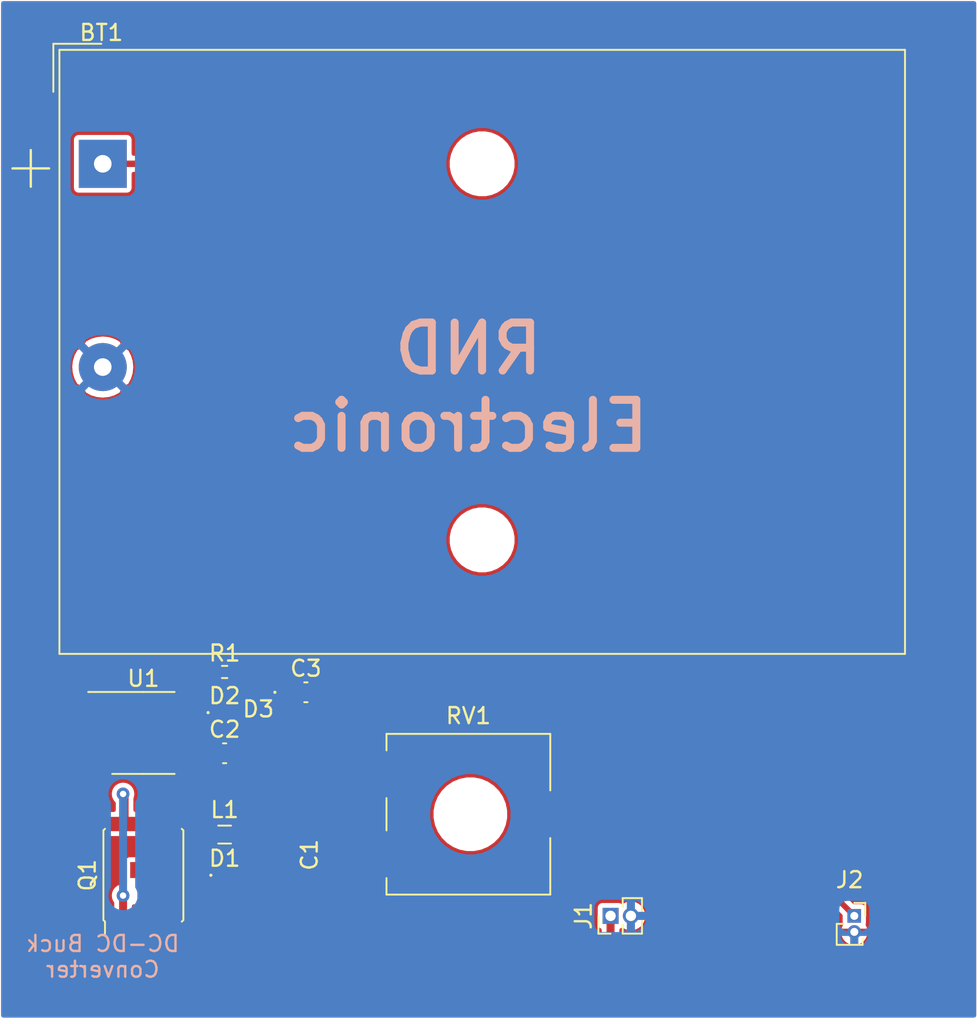
<source format=kicad_pcb>
(kicad_pcb (version 20171130) (host pcbnew "(5.1.10)-1")

  (general
    (thickness 1.6)
    (drawings 6)
    (tracks 97)
    (zones 0)
    (modules 14)
    (nets 11)
  )

  (page A4)
  (layers
    (0 F.Cu signal)
    (31 B.Cu signal)
    (32 B.Adhes user)
    (33 F.Adhes user)
    (34 B.Paste user)
    (35 F.Paste user)
    (36 B.SilkS user)
    (37 F.SilkS user)
    (38 B.Mask user)
    (39 F.Mask user)
    (40 Dwgs.User user)
    (41 Cmts.User user)
    (42 Eco1.User user)
    (43 Eco2.User user)
    (44 Edge.Cuts user)
    (45 Margin user)
    (46 B.CrtYd user hide)
    (47 F.CrtYd user)
    (48 B.Fab user)
    (49 F.Fab user)
  )

  (setup
    (last_trace_width 0.25)
    (trace_clearance 0.2)
    (zone_clearance 0.508)
    (zone_45_only no)
    (trace_min 0.2)
    (via_size 0.8)
    (via_drill 0.4)
    (via_min_size 0.4)
    (via_min_drill 0.3)
    (uvia_size 0.3)
    (uvia_drill 0.1)
    (uvias_allowed no)
    (uvia_min_size 0.2)
    (uvia_min_drill 0.1)
    (edge_width 0.05)
    (segment_width 0.2)
    (pcb_text_width 0.3)
    (pcb_text_size 1.5 1.5)
    (mod_edge_width 0.12)
    (mod_text_size 1 1)
    (mod_text_width 0.15)
    (pad_size 1.524 1.524)
    (pad_drill 0.762)
    (pad_to_mask_clearance 0)
    (aux_axis_origin 0 0)
    (visible_elements 7FFFFFFF)
    (pcbplotparams
      (layerselection 0x010fc_ffffffff)
      (usegerberextensions false)
      (usegerberattributes true)
      (usegerberadvancedattributes true)
      (creategerberjobfile true)
      (excludeedgelayer true)
      (linewidth 0.100000)
      (plotframeref false)
      (viasonmask false)
      (mode 1)
      (useauxorigin false)
      (hpglpennumber 1)
      (hpglpenspeed 20)
      (hpglpendiameter 15.000000)
      (psnegative false)
      (psa4output false)
      (plotreference true)
      (plotvalue true)
      (plotinvisibletext false)
      (padsonsilk false)
      (subtractmaskfromsilk false)
      (outputformat 1)
      (mirror false)
      (drillshape 1)
      (scaleselection 1)
      (outputdirectory ""))
  )

  (net 0 "")
  (net 1 "Net-(C1-Pad1)")
  (net 2 GNDREF)
  (net 3 "Net-(C2-Pad1)")
  (net 4 "Net-(D1-Pad1)")
  (net 5 "Net-(C3-Pad1)")
  (net 6 "Net-(D2-Pad2)")
  (net 7 "Net-(D2-Pad1)")
  (net 8 Signal)
  (net 9 +5V)
  (net 10 VCC)

  (net_class Default "This is the default net class."
    (clearance 0.2)
    (trace_width 0.25)
    (via_dia 0.8)
    (via_drill 0.4)
    (uvia_dia 0.3)
    (uvia_drill 0.1)
    (add_net +5V)
    (add_net GNDREF)
    (add_net "Net-(C1-Pad1)")
    (add_net "Net-(C2-Pad1)")
    (add_net "Net-(C3-Pad1)")
    (add_net "Net-(D1-Pad1)")
    (add_net "Net-(D2-Pad1)")
    (add_net "Net-(D2-Pad2)")
    (add_net Signal)
    (add_net VCC)
  )

  (module Potentiometer_SMD:Potentiometer_ACP_CA9-VSMD_Vertical_Hole (layer F.Cu) (tedit 5A3D7171) (tstamp 612F5AC0)
    (at 96.52 120.65)
    (descr "Potentiometer, vertical, shaft hole, ACP CA9-VSMD, http://www.acptechnologies.com/wp-content/uploads/2017/05/02-ACP-CA9-CE9.pdf")
    (tags "Potentiometer vertical hole ACP CA9-VSMD")
    (path /612F7041)
    (attr smd)
    (fp_text reference RV1 (at 0 -6.15) (layer F.SilkS)
      (effects (font (size 1 1) (thickness 0.15)))
    )
    (fp_text value 100k (at 0 6.15) (layer F.Fab)
      (effects (font (size 1 1) (thickness 0.15)))
    )
    (fp_line (start 6.15 -5.15) (end -6.15 -5.15) (layer F.CrtYd) (width 0.05))
    (fp_line (start 6.15 5.15) (end 6.15 -5.15) (layer F.CrtYd) (width 0.05))
    (fp_line (start -6.15 5.15) (end 6.15 5.15) (layer F.CrtYd) (width 0.05))
    (fp_line (start -6.15 -5.15) (end -6.15 5.15) (layer F.CrtYd) (width 0.05))
    (fp_line (start 5.12 1.49) (end 5.12 5.02) (layer F.SilkS) (width 0.12))
    (fp_line (start 5.12 -5.021) (end 5.12 -1.49) (layer F.SilkS) (width 0.12))
    (fp_line (start -5.12 3.99) (end -5.12 5.02) (layer F.SilkS) (width 0.12))
    (fp_line (start -5.12 -1.009) (end -5.12 1.01) (layer F.SilkS) (width 0.12))
    (fp_line (start -5.12 -5.021) (end -5.12 -3.991) (layer F.SilkS) (width 0.12))
    (fp_line (start -5.12 5.02) (end 5.12 5.02) (layer F.SilkS) (width 0.12))
    (fp_line (start -5.12 -5.021) (end 5.12 -5.021) (layer F.SilkS) (width 0.12))
    (fp_line (start 5 -4.9) (end -5 -4.9) (layer F.Fab) (width 0.1))
    (fp_line (start 5 4.9) (end 5 -4.9) (layer F.Fab) (width 0.1))
    (fp_line (start -5 4.9) (end 5 4.9) (layer F.Fab) (width 0.1))
    (fp_line (start -5 -4.9) (end -5 4.9) (layer F.Fab) (width 0.1))
    (fp_text user %R (at -4 0 90) (layer F.Fab)
      (effects (font (size 1 1) (thickness 0.15)))
    )
    (pad 3 smd rect (at -4.625 -2.5) (size 2.5 2.5) (layers F.Cu F.Paste F.Mask)
      (net 5 "Net-(C3-Pad1)"))
    (pad 2 smd rect (at 4.625 0) (size 2.5 2.5) (layers F.Cu F.Paste F.Mask)
      (net 6 "Net-(D2-Pad2)"))
    (pad 1 smd rect (at -4.625 2.5) (size 2.5 2.5) (layers F.Cu F.Paste F.Mask)
      (net 6 "Net-(D2-Pad2)"))
    (pad "" np_thru_hole circle (at 0.125 0) (size 4 4) (drill 4) (layers *.Cu *.Mask))
    (model ${KISYS3DMOD}/Potentiometer_SMD.3dshapes/Potentiometer_ACP_CA9-VSMD_Vertical_Hole.wrl
      (at (xyz 0 0 0))
      (scale (xyz 1 1 1))
      (rotate (xyz 0 0 0))
    )
  )

  (module Capacitor_SMD:C_0504_1310Metric (layer F.Cu) (tedit 5F68FEEE) (tstamp 612FB4B4)
    (at 85.09 123.19 270)
    (descr "Capacitor SMD 0504 (1310 Metric), square (rectangular) end terminal, IPC_7351 nominal, (Body size source: IPC-SM-782 page 76, https://www.pcb-3d.com/wordpress/wp-content/uploads/ipc-sm-782a_amendment_1_and_2.pdf), generated with kicad-footprint-generator")
    (tags capacitor)
    (path /612515CA)
    (attr smd)
    (fp_text reference C1 (at 0 -1.49 90) (layer F.SilkS)
      (effects (font (size 1 1) (thickness 0.15)))
    )
    (fp_text value 380uF (at 0 1.49 90) (layer F.Fab)
      (effects (font (size 1 1) (thickness 0.15)))
    )
    (fp_line (start 1.02 0.79) (end -1.02 0.79) (layer F.CrtYd) (width 0.05))
    (fp_line (start 1.02 -0.79) (end 1.02 0.79) (layer F.CrtYd) (width 0.05))
    (fp_line (start -1.02 -0.79) (end 1.02 -0.79) (layer F.CrtYd) (width 0.05))
    (fp_line (start -1.02 0.79) (end -1.02 -0.79) (layer F.CrtYd) (width 0.05))
    (fp_line (start 0.585 0.51) (end -0.585 0.51) (layer F.Fab) (width 0.1))
    (fp_line (start 0.585 -0.51) (end 0.585 0.51) (layer F.Fab) (width 0.1))
    (fp_line (start -0.585 -0.51) (end 0.585 -0.51) (layer F.Fab) (width 0.1))
    (fp_line (start -0.585 0.51) (end -0.585 -0.51) (layer F.Fab) (width 0.1))
    (fp_text user %R (at 0 0 90) (layer F.Fab)
      (effects (font (size 0.29 0.29) (thickness 0.04)))
    )
    (pad 1 smd roundrect (at -0.54 0 270) (size 0.66 1.28) (layers F.Cu F.Paste F.Mask) (roundrect_rratio 0.25)
      (net 1 "Net-(C1-Pad1)"))
    (pad 2 smd roundrect (at 0.54 0 270) (size 0.66 1.28) (layers F.Cu F.Paste F.Mask) (roundrect_rratio 0.25)
      (net 2 GNDREF))
    (model ${KISYS3DMOD}/Capacitor_SMD.3dshapes/C_0504_1310Metric.wrl
      (at (xyz 0 0 0))
      (scale (xyz 1 1 1))
      (rotate (xyz 0 0 0))
    )
  )

  (module Capacitor_SMD:C_0504_1310Metric_Pad0.83x1.28mm_HandSolder (layer F.Cu) (tedit 5F6BB22C) (tstamp 612F59B8)
    (at 81.28 116.84)
    (descr "Capacitor SMD 0504 (1310 Metric), square (rectangular) end terminal, IPC_7351 nominal with elongated pad for handsoldering. (Body size source: IPC-SM-782 page 76, https://www.pcb-3d.com/wordpress/wp-content/uploads/ipc-sm-782a_amendment_1_and_2.pdf), generated with kicad-footprint-generator")
    (tags "capacitor handsolder")
    (path /612F473E)
    (attr smd)
    (fp_text reference C2 (at 0 -1.49) (layer F.SilkS)
      (effects (font (size 1 1) (thickness 0.15)))
    )
    (fp_text value 10nF (at 0 1.49) (layer F.Fab)
      (effects (font (size 1 1) (thickness 0.15)))
    )
    (fp_line (start 1.19 0.79) (end -1.19 0.79) (layer F.CrtYd) (width 0.05))
    (fp_line (start 1.19 -0.79) (end 1.19 0.79) (layer F.CrtYd) (width 0.05))
    (fp_line (start -1.19 -0.79) (end 1.19 -0.79) (layer F.CrtYd) (width 0.05))
    (fp_line (start -1.19 0.79) (end -1.19 -0.79) (layer F.CrtYd) (width 0.05))
    (fp_line (start -0.101969 0.62) (end 0.101969 0.62) (layer F.SilkS) (width 0.12))
    (fp_line (start -0.101969 -0.62) (end 0.101969 -0.62) (layer F.SilkS) (width 0.12))
    (fp_line (start 0.585 0.51) (end -0.585 0.51) (layer F.Fab) (width 0.1))
    (fp_line (start 0.585 -0.51) (end 0.585 0.51) (layer F.Fab) (width 0.1))
    (fp_line (start -0.585 -0.51) (end 0.585 -0.51) (layer F.Fab) (width 0.1))
    (fp_line (start -0.585 0.51) (end -0.585 -0.51) (layer F.Fab) (width 0.1))
    (fp_text user %R (at 0 0) (layer F.Fab)
      (effects (font (size 0.29 0.29) (thickness 0.04)))
    )
    (pad 1 smd roundrect (at -0.6275 0) (size 0.835 1.28) (layers F.Cu F.Paste F.Mask) (roundrect_rratio 0.25)
      (net 3 "Net-(C2-Pad1)"))
    (pad 2 smd roundrect (at 0.6275 0) (size 0.835 1.28) (layers F.Cu F.Paste F.Mask) (roundrect_rratio 0.25)
      (net 2 GNDREF))
    (model ${KISYS3DMOD}/Capacitor_SMD.3dshapes/C_0504_1310Metric.wrl
      (at (xyz 0 0 0))
      (scale (xyz 1 1 1))
      (rotate (xyz 0 0 0))
    )
  )

  (module Capacitor_SMD:C_0504_1310Metric_Pad0.83x1.28mm_HandSolder (layer F.Cu) (tedit 5F6BB22C) (tstamp 612F59C9)
    (at 86.36 113.03)
    (descr "Capacitor SMD 0504 (1310 Metric), square (rectangular) end terminal, IPC_7351 nominal with elongated pad for handsoldering. (Body size source: IPC-SM-782 page 76, https://www.pcb-3d.com/wordpress/wp-content/uploads/ipc-sm-782a_amendment_1_and_2.pdf), generated with kicad-footprint-generator")
    (tags "capacitor handsolder")
    (path /612F4A4D)
    (attr smd)
    (fp_text reference C3 (at 0 -1.49) (layer F.SilkS)
      (effects (font (size 1 1) (thickness 0.15)))
    )
    (fp_text value 1uF (at 0 1.49) (layer F.Fab)
      (effects (font (size 1 1) (thickness 0.15)))
    )
    (fp_line (start -0.585 0.51) (end -0.585 -0.51) (layer F.Fab) (width 0.1))
    (fp_line (start -0.585 -0.51) (end 0.585 -0.51) (layer F.Fab) (width 0.1))
    (fp_line (start 0.585 -0.51) (end 0.585 0.51) (layer F.Fab) (width 0.1))
    (fp_line (start 0.585 0.51) (end -0.585 0.51) (layer F.Fab) (width 0.1))
    (fp_line (start -0.101969 -0.62) (end 0.101969 -0.62) (layer F.SilkS) (width 0.12))
    (fp_line (start -0.101969 0.62) (end 0.101969 0.62) (layer F.SilkS) (width 0.12))
    (fp_line (start -1.19 0.79) (end -1.19 -0.79) (layer F.CrtYd) (width 0.05))
    (fp_line (start -1.19 -0.79) (end 1.19 -0.79) (layer F.CrtYd) (width 0.05))
    (fp_line (start 1.19 -0.79) (end 1.19 0.79) (layer F.CrtYd) (width 0.05))
    (fp_line (start 1.19 0.79) (end -1.19 0.79) (layer F.CrtYd) (width 0.05))
    (fp_text user %R (at 0 0) (layer F.Fab)
      (effects (font (size 0.29 0.29) (thickness 0.04)))
    )
    (pad 2 smd roundrect (at 0.6275 0) (size 0.835 1.28) (layers F.Cu F.Paste F.Mask) (roundrect_rratio 0.25)
      (net 2 GNDREF))
    (pad 1 smd roundrect (at -0.6275 0) (size 0.835 1.28) (layers F.Cu F.Paste F.Mask) (roundrect_rratio 0.25)
      (net 5 "Net-(C3-Pad1)"))
    (model ${KISYS3DMOD}/Capacitor_SMD.3dshapes/C_0504_1310Metric.wrl
      (at (xyz 0 0 0))
      (scale (xyz 1 1 1))
      (rotate (xyz 0 0 0))
    )
  )

  (module Diode_SMD:D_0201_0603Metric (layer F.Cu) (tedit 5F68FEF0) (tstamp 612FB6DE)
    (at 81.28 124.46)
    (descr "Diode SMD 0201 (0603 Metric), square (rectangular) end terminal, IPC_7351 nominal, (Body size source: https://www.vishay.com/docs/20052/crcw0201e3.pdf), generated with kicad-footprint-generator")
    (tags diode)
    (path /61250F24)
    (attr smd)
    (fp_text reference D1 (at 0 -1.05) (layer F.SilkS)
      (effects (font (size 1 1) (thickness 0.15)))
    )
    (fp_text value D (at 0 1.05) (layer F.Fab)
      (effects (font (size 1 1) (thickness 0.15)))
    )
    (fp_line (start 0.7 0.35) (end -0.7 0.35) (layer F.CrtYd) (width 0.05))
    (fp_line (start 0.7 -0.35) (end 0.7 0.35) (layer F.CrtYd) (width 0.05))
    (fp_line (start -0.7 -0.35) (end 0.7 -0.35) (layer F.CrtYd) (width 0.05))
    (fp_line (start -0.7 0.35) (end -0.7 -0.35) (layer F.CrtYd) (width 0.05))
    (fp_line (start -0.1 0.15) (end -0.1 -0.15) (layer F.Fab) (width 0.1))
    (fp_line (start -0.2 0.15) (end -0.2 -0.15) (layer F.Fab) (width 0.1))
    (fp_line (start 0.3 0.15) (end -0.3 0.15) (layer F.Fab) (width 0.1))
    (fp_line (start 0.3 -0.15) (end 0.3 0.15) (layer F.Fab) (width 0.1))
    (fp_line (start -0.3 -0.15) (end 0.3 -0.15) (layer F.Fab) (width 0.1))
    (fp_line (start -0.3 0.15) (end -0.3 -0.15) (layer F.Fab) (width 0.1))
    (fp_circle (center -0.86 0) (end -0.81 0) (layer F.SilkS) (width 0.1))
    (fp_text user %R (at 0 -0.68) (layer F.Fab)
      (effects (font (size 0.25 0.25) (thickness 0.04)))
    )
    (pad "" smd roundrect (at -0.345 0) (size 0.318 0.36) (layers F.Paste) (roundrect_rratio 0.25))
    (pad "" smd roundrect (at 0.345 0) (size 0.318 0.36) (layers F.Paste) (roundrect_rratio 0.25))
    (pad 1 smd roundrect (at -0.32 0) (size 0.46 0.4) (layers F.Cu F.Mask) (roundrect_rratio 0.25)
      (net 4 "Net-(D1-Pad1)"))
    (pad 2 smd roundrect (at 0.32 0) (size 0.46 0.4) (layers F.Cu F.Mask) (roundrect_rratio 0.25)
      (net 2 GNDREF))
    (model ${KISYS3DMOD}/Diode_SMD.3dshapes/D_0201_0603Metric.wrl
      (at (xyz 0 0 0))
      (scale (xyz 1 1 1))
      (rotate (xyz 0 0 0))
    )
  )

  (module Diode_SMD:D_0201_0603Metric_Pad0.64x0.40mm_HandSolder (layer F.Cu) (tedit 5F6BBBDD) (tstamp 612F59F1)
    (at 81.28 114.3)
    (descr "Diode SMD 0201 (0603 Metric), square (rectangular) end terminal, IPC_7351 nominal, (Body size source: https://www.vishay.com/docs/20052/crcw0201e3.pdf), generated with kicad-footprint-generator")
    (tags "diode handsolder")
    (path /612F44E8)
    (attr smd)
    (fp_text reference D2 (at 0 -1.05) (layer F.SilkS)
      (effects (font (size 1 1) (thickness 0.15)))
    )
    (fp_text value D (at 0 1.05) (layer F.Fab)
      (effects (font (size 1 1) (thickness 0.15)))
    )
    (fp_circle (center -1.035 0) (end -0.985 0) (layer F.SilkS) (width 0.1))
    (fp_line (start -0.3 0.15) (end -0.3 -0.15) (layer F.Fab) (width 0.1))
    (fp_line (start -0.3 -0.15) (end 0.3 -0.15) (layer F.Fab) (width 0.1))
    (fp_line (start 0.3 -0.15) (end 0.3 0.15) (layer F.Fab) (width 0.1))
    (fp_line (start 0.3 0.15) (end -0.3 0.15) (layer F.Fab) (width 0.1))
    (fp_line (start -0.2 0.15) (end -0.2 -0.15) (layer F.Fab) (width 0.1))
    (fp_line (start -0.1 0.15) (end -0.1 -0.15) (layer F.Fab) (width 0.1))
    (fp_line (start -0.88 0.35) (end -0.88 -0.35) (layer F.CrtYd) (width 0.05))
    (fp_line (start -0.88 -0.35) (end 0.88 -0.35) (layer F.CrtYd) (width 0.05))
    (fp_line (start 0.88 -0.35) (end 0.88 0.35) (layer F.CrtYd) (width 0.05))
    (fp_line (start 0.88 0.35) (end -0.88 0.35) (layer F.CrtYd) (width 0.05))
    (fp_text user %R (at 0 -0.68) (layer F.Fab)
      (effects (font (size 0.25 0.25) (thickness 0.04)))
    )
    (pad 2 smd roundrect (at 0.4075 0) (size 0.635 0.4) (layers F.Cu F.Mask) (roundrect_rratio 0.25)
      (net 6 "Net-(D2-Pad2)"))
    (pad 1 smd roundrect (at -0.4075 0) (size 0.635 0.4) (layers F.Cu F.Mask) (roundrect_rratio 0.25)
      (net 7 "Net-(D2-Pad1)"))
    (pad "" smd roundrect (at 0.4325 0) (size 0.458 0.36) (layers F.Paste) (roundrect_rratio 0.25))
    (pad "" smd roundrect (at -0.4325 0) (size 0.458 0.36) (layers F.Paste) (roundrect_rratio 0.25))
    (model ${KISYS3DMOD}/Diode_SMD.3dshapes/D_0201_0603Metric.wrl
      (at (xyz 0 0 0))
      (scale (xyz 1 1 1))
      (rotate (xyz 0 0 0))
    )
  )

  (module Diode_SMD:D_0201_0603Metric_Pad0.64x0.40mm_HandSolder (layer F.Cu) (tedit 5F6BBBDD) (tstamp 612F5A05)
    (at 83.3875 113.03 180)
    (descr "Diode SMD 0201 (0603 Metric), square (rectangular) end terminal, IPC_7351 nominal, (Body size source: https://www.vishay.com/docs/20052/crcw0201e3.pdf), generated with kicad-footprint-generator")
    (tags "diode handsolder")
    (path /612F42A6)
    (attr smd)
    (fp_text reference D3 (at 0 -1.05) (layer F.SilkS)
      (effects (font (size 1 1) (thickness 0.15)))
    )
    (fp_text value D (at 0 1.05) (layer F.Fab)
      (effects (font (size 1 1) (thickness 0.15)))
    )
    (fp_line (start 0.88 0.35) (end -0.88 0.35) (layer F.CrtYd) (width 0.05))
    (fp_line (start 0.88 -0.35) (end 0.88 0.35) (layer F.CrtYd) (width 0.05))
    (fp_line (start -0.88 -0.35) (end 0.88 -0.35) (layer F.CrtYd) (width 0.05))
    (fp_line (start -0.88 0.35) (end -0.88 -0.35) (layer F.CrtYd) (width 0.05))
    (fp_line (start -0.1 0.15) (end -0.1 -0.15) (layer F.Fab) (width 0.1))
    (fp_line (start -0.2 0.15) (end -0.2 -0.15) (layer F.Fab) (width 0.1))
    (fp_line (start 0.3 0.15) (end -0.3 0.15) (layer F.Fab) (width 0.1))
    (fp_line (start 0.3 -0.15) (end 0.3 0.15) (layer F.Fab) (width 0.1))
    (fp_line (start -0.3 -0.15) (end 0.3 -0.15) (layer F.Fab) (width 0.1))
    (fp_line (start -0.3 0.15) (end -0.3 -0.15) (layer F.Fab) (width 0.1))
    (fp_circle (center -1.035 0) (end -0.985 0) (layer F.SilkS) (width 0.1))
    (fp_text user %R (at 0 -0.68) (layer F.Fab)
      (effects (font (size 0.25 0.25) (thickness 0.04)))
    )
    (pad "" smd roundrect (at -0.4325 0 180) (size 0.458 0.36) (layers F.Paste) (roundrect_rratio 0.25))
    (pad "" smd roundrect (at 0.4325 0 180) (size 0.458 0.36) (layers F.Paste) (roundrect_rratio 0.25))
    (pad 1 smd roundrect (at -0.4075 0 180) (size 0.635 0.4) (layers F.Cu F.Mask) (roundrect_rratio 0.25)
      (net 5 "Net-(C3-Pad1)"))
    (pad 2 smd roundrect (at 0.4075 0 180) (size 0.635 0.4) (layers F.Cu F.Mask) (roundrect_rratio 0.25)
      (net 7 "Net-(D2-Pad1)"))
    (model ${KISYS3DMOD}/Diode_SMD.3dshapes/D_0201_0603Metric.wrl
      (at (xyz 0 0 0))
      (scale (xyz 1 1 1))
      (rotate (xyz 0 0 0))
    )
  )

  (module Inductor_SMD:L_0805_2012Metric (layer F.Cu) (tedit 5F68FEF0) (tstamp 612F5A70)
    (at 81.28 121.92)
    (descr "Inductor SMD 0805 (2012 Metric), square (rectangular) end terminal, IPC_7351 nominal, (Body size source: IPC-SM-782 page 80, https://www.pcb-3d.com/wordpress/wp-content/uploads/ipc-sm-782a_amendment_1_and_2.pdf), generated with kicad-footprint-generator")
    (tags inductor)
    (path /61251306)
    (attr smd)
    (fp_text reference L1 (at 0 -1.55) (layer F.SilkS)
      (effects (font (size 1 1) (thickness 0.15)))
    )
    (fp_text value 100uH (at 0 1.55) (layer F.Fab)
      (effects (font (size 1 1) (thickness 0.15)))
    )
    (fp_line (start 1.75 0.85) (end -1.75 0.85) (layer F.CrtYd) (width 0.05))
    (fp_line (start 1.75 -0.85) (end 1.75 0.85) (layer F.CrtYd) (width 0.05))
    (fp_line (start -1.75 -0.85) (end 1.75 -0.85) (layer F.CrtYd) (width 0.05))
    (fp_line (start -1.75 0.85) (end -1.75 -0.85) (layer F.CrtYd) (width 0.05))
    (fp_line (start -0.399622 0.56) (end 0.399622 0.56) (layer F.SilkS) (width 0.12))
    (fp_line (start -0.399622 -0.56) (end 0.399622 -0.56) (layer F.SilkS) (width 0.12))
    (fp_line (start 1 0.45) (end -1 0.45) (layer F.Fab) (width 0.1))
    (fp_line (start 1 -0.45) (end 1 0.45) (layer F.Fab) (width 0.1))
    (fp_line (start -1 -0.45) (end 1 -0.45) (layer F.Fab) (width 0.1))
    (fp_line (start -1 0.45) (end -1 -0.45) (layer F.Fab) (width 0.1))
    (fp_text user %R (at 0 0) (layer F.Fab)
      (effects (font (size 0.5 0.5) (thickness 0.08)))
    )
    (pad 1 smd roundrect (at -1.0625 0) (size 0.875 1.2) (layers F.Cu F.Paste F.Mask) (roundrect_rratio 0.25)
      (net 4 "Net-(D1-Pad1)"))
    (pad 2 smd roundrect (at 1.0625 0) (size 0.875 1.2) (layers F.Cu F.Paste F.Mask) (roundrect_rratio 0.25)
      (net 1 "Net-(C1-Pad1)"))
    (model ${KISYS3DMOD}/Inductor_SMD.3dshapes/L_0805_2012Metric.wrl
      (at (xyz 0 0 0))
      (scale (xyz 1 1 1))
      (rotate (xyz 0 0 0))
    )
  )

  (module Package_DirectFET:DirectFET_MZ (layer F.Cu) (tedit 5D755005) (tstamp 612FB5D7)
    (at 76.2 124.46 90)
    (descr "DirectFET MZ https://www.infineon.com/dgdl/Infineon-AN-1035-ApplicationNotes-v29_01-EN.pdf?fileId=5546d462533600a40153559159020f76#page=31")
    (tags "DirectFET MZ MOSFET Infineon")
    (path /612528FE)
    (attr smd)
    (fp_text reference Q1 (at 0 -3.5 90) (layer F.SilkS)
      (effects (font (size 1 1) (thickness 0.15)))
    )
    (fp_text value IRF6641 (at 0 3.5 90) (layer F.Fab)
      (effects (font (size 1 1) (thickness 0.15)))
    )
    (fp_line (start 2.65 -2.45) (end -2.65 -2.45) (layer F.Fab) (width 0.1))
    (fp_line (start -2.65 2.45) (end 2.65 2.45) (layer F.Fab) (width 0.1))
    (fp_line (start 3.15 -1.95) (end 3.15 1.95) (layer F.Fab) (width 0.1))
    (fp_line (start -3.15 1.95) (end -3.15 -1.95) (layer F.Fab) (width 0.1))
    (fp_line (start -3.15 -1.95) (end -2.75 -1.95) (layer F.Fab) (width 0.1))
    (fp_line (start -2.75 -1.95) (end -2.75 -2.35) (layer F.Fab) (width 0.1))
    (fp_line (start 2.75 -2.35) (end 2.75 -1.95) (layer F.Fab) (width 0.1))
    (fp_line (start 2.75 -1.95) (end 3.15 -1.95) (layer F.Fab) (width 0.1))
    (fp_line (start 3.15 1.95) (end 2.75 1.95) (layer F.Fab) (width 0.1))
    (fp_line (start 2.75 1.95) (end 2.75 2.35) (layer F.Fab) (width 0.1))
    (fp_line (start -3.15 1.95) (end -2.75 1.95) (layer F.Fab) (width 0.1))
    (fp_line (start -2.75 1.95) (end -2.75 2.35) (layer F.Fab) (width 0.1))
    (fp_line (start -3.65 -2.4) (end -2.9 -2.4) (layer F.SilkS) (width 0.12))
    (fp_line (start -2.9 -2.4) (end -2.8 -2.5) (layer F.SilkS) (width 0.12))
    (fp_line (start -2.8 -2.5) (end 2.8 -2.5) (layer F.SilkS) (width 0.12))
    (fp_line (start 2.8 -2.5) (end 2.9 -2.4) (layer F.SilkS) (width 0.12))
    (fp_line (start 2.9 2.4) (end 2.8 2.5) (layer F.SilkS) (width 0.12))
    (fp_line (start 2.8 2.5) (end -2.8 2.5) (layer F.SilkS) (width 0.12))
    (fp_line (start -2.8 2.5) (end -2.9 2.4) (layer F.SilkS) (width 0.12))
    (fp_line (start 3.9 -2.7) (end -3.9 -2.7) (layer F.CrtYd) (width 0.05))
    (fp_line (start -3.9 -2.7) (end -3.9 2.7) (layer F.CrtYd) (width 0.05))
    (fp_line (start -3.9 2.7) (end 3.9 2.7) (layer F.CrtYd) (width 0.05))
    (fp_line (start 3.9 2.7) (end 3.9 -2.7) (layer F.CrtYd) (width 0.05))
    (fp_line (start 2.75 2.35) (end 2.65 2.45) (layer F.Fab) (width 0.1))
    (fp_line (start -2.75 2.35) (end -2.65 2.45) (layer F.Fab) (width 0.1))
    (fp_line (start 2.65 -2.45) (end 2.75 -2.35) (layer F.Fab) (width 0.1))
    (fp_line (start -2.75 -2.35) (end -2.65 -2.45) (layer F.Fab) (width 0.1))
    (fp_text user %R (at 0 0 90) (layer F.Fab)
      (effects (font (size 1 1) (thickness 0.15)))
    )
    (pad 2 smd rect (at -1.2 0 90) (size 0.75 0.75) (layers F.Cu F.Paste F.Mask)
      (net 8 Signal))
    (pad 3 smd rect (at 0.325 -0.475 90) (size 1 0.7) (layers F.Cu F.Paste F.Mask)
      (net 4 "Net-(D1-Pad1)"))
    (pad 3 smd rect (at 0.325 0.475 90) (size 1 0.7) (layers F.Cu F.Paste F.Mask)
      (net 4 "Net-(D1-Pad1)"))
    (pad 1 smd rect (at -3.2 -1.175 90) (size 0.9 1.85) (layers F.Cu F.Paste F.Mask)
      (net 10 VCC))
    (pad 1 smd rect (at -3.2 1.175 90) (size 0.9 1.85) (layers F.Cu F.Paste F.Mask)
      (net 10 VCC))
    (pad 1 smd rect (at 3.2 -1.175 90) (size 0.9 1.85) (layers F.Cu F.Paste F.Mask)
      (net 10 VCC))
    (pad 1 smd rect (at 3.2 1.175 90) (size 0.9 1.85) (layers F.Cu F.Paste F.Mask)
      (net 10 VCC))
    (model ${KISYS3DMOD}/Package_DirectFET.3dshapes/DirectFET_MZ.wrl
      (at (xyz 0 0 0))
      (scale (xyz 1 1 1))
      (rotate (xyz 0 0 0))
    )
  )

  (module Resistor_SMD:R_0402_1005Metric_Pad0.72x0.64mm_HandSolder (layer F.Cu) (tedit 5F6BB9E0) (tstamp 612FB889)
    (at 81.28 111.76)
    (descr "Resistor SMD 0402 (1005 Metric), square (rectangular) end terminal, IPC_7351 nominal with elongated pad for handsoldering. (Body size source: IPC-SM-782 page 72, https://www.pcb-3d.com/wordpress/wp-content/uploads/ipc-sm-782a_amendment_1_and_2.pdf), generated with kicad-footprint-generator")
    (tags "resistor handsolder")
    (path /612F3CEA)
    (attr smd)
    (fp_text reference R1 (at 0 -1.17) (layer F.SilkS)
      (effects (font (size 1 1) (thickness 0.15)))
    )
    (fp_text value 1k (at 0 1.17) (layer F.Fab)
      (effects (font (size 1 1) (thickness 0.15)))
    )
    (fp_line (start 1.1 0.47) (end -1.1 0.47) (layer F.CrtYd) (width 0.05))
    (fp_line (start 1.1 -0.47) (end 1.1 0.47) (layer F.CrtYd) (width 0.05))
    (fp_line (start -1.1 -0.47) (end 1.1 -0.47) (layer F.CrtYd) (width 0.05))
    (fp_line (start -1.1 0.47) (end -1.1 -0.47) (layer F.CrtYd) (width 0.05))
    (fp_line (start -0.167621 0.38) (end 0.167621 0.38) (layer F.SilkS) (width 0.12))
    (fp_line (start -0.167621 -0.38) (end 0.167621 -0.38) (layer F.SilkS) (width 0.12))
    (fp_line (start 0.525 0.27) (end -0.525 0.27) (layer F.Fab) (width 0.1))
    (fp_line (start 0.525 -0.27) (end 0.525 0.27) (layer F.Fab) (width 0.1))
    (fp_line (start -0.525 -0.27) (end 0.525 -0.27) (layer F.Fab) (width 0.1))
    (fp_line (start -0.525 0.27) (end -0.525 -0.27) (layer F.Fab) (width 0.1))
    (fp_text user %R (at 0 0) (layer F.Fab)
      (effects (font (size 0.26 0.26) (thickness 0.04)))
    )
    (pad 1 smd roundrect (at -0.5975 0) (size 0.715 0.64) (layers F.Cu F.Paste F.Mask) (roundrect_rratio 0.25)
      (net 9 +5V))
    (pad 2 smd roundrect (at 0.5975 0) (size 0.715 0.64) (layers F.Cu F.Paste F.Mask) (roundrect_rratio 0.25)
      (net 6 "Net-(D2-Pad2)"))
    (model ${KISYS3DMOD}/Resistor_SMD.3dshapes/R_0402_1005Metric.wrl
      (at (xyz 0 0 0))
      (scale (xyz 1 1 1))
      (rotate (xyz 0 0 0))
    )
  )

  (module Package_SO:SOIC-8_3.9x4.9mm_P1.27mm (layer F.Cu) (tedit 5D9F72B1) (tstamp 612FB2EC)
    (at 76.2 115.57)
    (descr "SOIC, 8 Pin (JEDEC MS-012AA, https://www.analog.com/media/en/package-pcb-resources/package/pkg_pdf/soic_narrow-r/r_8.pdf), generated with kicad-footprint-generator ipc_gullwing_generator.py")
    (tags "SOIC SO")
    (path /612FBD50)
    (attr smd)
    (fp_text reference U1 (at 0 -3.4) (layer F.SilkS)
      (effects (font (size 1 1) (thickness 0.15)))
    )
    (fp_text value NE555D (at 0 3.4) (layer F.Fab)
      (effects (font (size 1 1) (thickness 0.15)))
    )
    (fp_line (start 3.7 -2.7) (end -3.7 -2.7) (layer F.CrtYd) (width 0.05))
    (fp_line (start 3.7 2.7) (end 3.7 -2.7) (layer F.CrtYd) (width 0.05))
    (fp_line (start -3.7 2.7) (end 3.7 2.7) (layer F.CrtYd) (width 0.05))
    (fp_line (start -3.7 -2.7) (end -3.7 2.7) (layer F.CrtYd) (width 0.05))
    (fp_line (start -1.95 -1.475) (end -0.975 -2.45) (layer F.Fab) (width 0.1))
    (fp_line (start -1.95 2.45) (end -1.95 -1.475) (layer F.Fab) (width 0.1))
    (fp_line (start 1.95 2.45) (end -1.95 2.45) (layer F.Fab) (width 0.1))
    (fp_line (start 1.95 -2.45) (end 1.95 2.45) (layer F.Fab) (width 0.1))
    (fp_line (start -0.975 -2.45) (end 1.95 -2.45) (layer F.Fab) (width 0.1))
    (fp_line (start 0 -2.56) (end -3.45 -2.56) (layer F.SilkS) (width 0.12))
    (fp_line (start 0 -2.56) (end 1.95 -2.56) (layer F.SilkS) (width 0.12))
    (fp_line (start 0 2.56) (end -1.95 2.56) (layer F.SilkS) (width 0.12))
    (fp_line (start 0 2.56) (end 1.95 2.56) (layer F.SilkS) (width 0.12))
    (fp_text user %R (at 0 0) (layer F.Fab)
      (effects (font (size 0.98 0.98) (thickness 0.15)))
    )
    (pad 1 smd roundrect (at -2.475 -1.905) (size 1.95 0.6) (layers F.Cu F.Paste F.Mask) (roundrect_rratio 0.25)
      (net 2 GNDREF))
    (pad 2 smd roundrect (at -2.475 -0.635) (size 1.95 0.6) (layers F.Cu F.Paste F.Mask) (roundrect_rratio 0.25)
      (net 5 "Net-(C3-Pad1)"))
    (pad 3 smd roundrect (at -2.475 0.635) (size 1.95 0.6) (layers F.Cu F.Paste F.Mask) (roundrect_rratio 0.25)
      (net 8 Signal))
    (pad 4 smd roundrect (at -2.475 1.905) (size 1.95 0.6) (layers F.Cu F.Paste F.Mask) (roundrect_rratio 0.25)
      (net 9 +5V))
    (pad 5 smd roundrect (at 2.475 1.905) (size 1.95 0.6) (layers F.Cu F.Paste F.Mask) (roundrect_rratio 0.25)
      (net 3 "Net-(C2-Pad1)"))
    (pad 6 smd roundrect (at 2.475 0.635) (size 1.95 0.6) (layers F.Cu F.Paste F.Mask) (roundrect_rratio 0.25)
      (net 5 "Net-(C3-Pad1)"))
    (pad 7 smd roundrect (at 2.475 -0.635) (size 1.95 0.6) (layers F.Cu F.Paste F.Mask) (roundrect_rratio 0.25)
      (net 7 "Net-(D2-Pad1)"))
    (pad 8 smd roundrect (at 2.475 -1.905) (size 1.95 0.6) (layers F.Cu F.Paste F.Mask) (roundrect_rratio 0.25)
      (net 9 +5V))
    (model ${KISYS3DMOD}/Package_SO.3dshapes/SOIC-8_3.9x4.9mm_P1.27mm.wrl
      (at (xyz 0 0 0))
      (scale (xyz 1 1 1))
      (rotate (xyz 0 0 0))
    )
  )

  (module Battery:BatteryHolder_Keystone_2479_3xAAA (layer F.Cu) (tedit 5E258953) (tstamp 612FBE98)
    (at 73.66 80.01)
    (descr "Keystone Battery Holder, 2479, Battery Type 3xAAA (Script generated with StandardBox.py) (Keystone Battery Holder, 2479, Battery Type 3xAAA)")
    (tags "Keystone Battery Holder 2479 Battery Type 3xAAA")
    (path /61319998)
    (fp_text reference BT1 (at -0.09 -8.195) (layer F.SilkS)
      (effects (font (size 1 1) (thickness 0.15)))
    )
    (fp_text value 4V5 (at 23.725 31.495) (layer F.Fab)
      (effects (font (size 1 1) (thickness 0.15)))
    )
    (fp_line (start -2.84 -7.25) (end -2.84 30.75) (layer F.CrtYd) (width 0.05))
    (fp_line (start -2.84 30.75) (end 50.29 30.75) (layer F.CrtYd) (width 0.05))
    (fp_line (start 50.29 -7.25) (end 50.29 30.75) (layer F.CrtYd) (width 0.05))
    (fp_line (start -2.84 -7.25) (end 50.29 -7.25) (layer F.CrtYd) (width 0.05))
    (fp_line (start -2.71 -7.12) (end -2.71 30.62) (layer F.SilkS) (width 0.12))
    (fp_line (start -2.71 30.62) (end 50.16 30.62) (layer F.SilkS) (width 0.12))
    (fp_line (start 50.16 -7.12) (end 50.16 30.62) (layer F.SilkS) (width 0.12))
    (fp_line (start -2.71 -7.12) (end 50.16 -7.12) (layer F.SilkS) (width 0.12))
    (fp_line (start -3.09 -7.5) (end -0.09 -7.5) (layer F.SilkS) (width 0.12))
    (fp_line (start -3.09 -4.5) (end -3.09 -7.5) (layer F.SilkS) (width 0.12))
    (fp_line (start -2.59 -6) (end -1.59 -7) (layer F.Fab) (width 0.1))
    (fp_line (start -2.59 30.5) (end -2.59 -6) (layer F.Fab) (width 0.1))
    (fp_line (start 50.04 30.5) (end -2.59 30.5) (layer F.Fab) (width 0.1))
    (fp_line (start 50.04 -7) (end 50.04 30.5) (layer F.Fab) (width 0.1))
    (fp_line (start -1.59 -7) (end 50.04 -7) (layer F.Fab) (width 0.1))
    (fp_text user %R (at 23.725 11.75) (layer F.Fab)
      (effects (font (size 1 1) (thickness 0.15)))
    )
    (fp_text user + (at -4.5 0.05) (layer F.SilkS)
      (effects (font (size 3 3) (thickness 0.15)))
    )
    (pad 1 thru_hole rect (at 0 0) (size 3 3) (drill 1.1) (layers *.Cu *.Mask)
      (net 9 +5V))
    (pad 2 thru_hole circle (at 0 12.7) (size 3 3) (drill 1.1) (layers *.Cu *.Mask)
      (net 2 GNDREF))
    (pad "" np_thru_hole circle (at 23.72 0) (size 3.45 3.45) (drill 3.45) (layers *.Cu *.Mask))
    (pad "" np_thru_hole circle (at 23.72 23.5) (size 3.45 3.45) (drill 3.45) (layers *.Cu *.Mask))
    (model ${KISYS3DMOD}/Battery.3dshapes/BatteryHolder_Keystone_2479_3xAAA.wrl
      (at (xyz 0 0 0))
      (scale (xyz 1 1 1))
      (rotate (xyz 0 0 0))
    )
  )

  (module Connector_PinHeader_1.27mm:PinHeader_1x02_P1.27mm_Vertical (layer F.Cu) (tedit 59FED6E3) (tstamp 613A1822)
    (at 105.41 127 90)
    (descr "Through hole straight pin header, 1x02, 1.27mm pitch, single row")
    (tags "Through hole pin header THT 1x02 1.27mm single row")
    (path /61311492)
    (fp_text reference J1 (at 0 -1.695 90) (layer F.SilkS)
      (effects (font (size 1 1) (thickness 0.15)))
    )
    (fp_text value Conn_01x02_Male (at 0 2.965 90) (layer F.Fab)
      (effects (font (size 1 1) (thickness 0.15)))
    )
    (fp_line (start -0.525 -0.635) (end 1.05 -0.635) (layer F.Fab) (width 0.1))
    (fp_line (start 1.05 -0.635) (end 1.05 1.905) (layer F.Fab) (width 0.1))
    (fp_line (start 1.05 1.905) (end -1.05 1.905) (layer F.Fab) (width 0.1))
    (fp_line (start -1.05 1.905) (end -1.05 -0.11) (layer F.Fab) (width 0.1))
    (fp_line (start -1.05 -0.11) (end -0.525 -0.635) (layer F.Fab) (width 0.1))
    (fp_line (start -1.11 1.965) (end -0.30753 1.965) (layer F.SilkS) (width 0.12))
    (fp_line (start 0.30753 1.965) (end 1.11 1.965) (layer F.SilkS) (width 0.12))
    (fp_line (start -1.11 0.76) (end -1.11 1.965) (layer F.SilkS) (width 0.12))
    (fp_line (start 1.11 0.76) (end 1.11 1.965) (layer F.SilkS) (width 0.12))
    (fp_line (start -1.11 0.76) (end -0.563471 0.76) (layer F.SilkS) (width 0.12))
    (fp_line (start 0.563471 0.76) (end 1.11 0.76) (layer F.SilkS) (width 0.12))
    (fp_line (start -1.11 0) (end -1.11 -0.76) (layer F.SilkS) (width 0.12))
    (fp_line (start -1.11 -0.76) (end 0 -0.76) (layer F.SilkS) (width 0.12))
    (fp_line (start -1.55 -1.15) (end -1.55 2.45) (layer F.CrtYd) (width 0.05))
    (fp_line (start -1.55 2.45) (end 1.55 2.45) (layer F.CrtYd) (width 0.05))
    (fp_line (start 1.55 2.45) (end 1.55 -1.15) (layer F.CrtYd) (width 0.05))
    (fp_line (start 1.55 -1.15) (end -1.55 -1.15) (layer F.CrtYd) (width 0.05))
    (fp_text user %R (at 0 0.635) (layer F.Fab)
      (effects (font (size 1 1) (thickness 0.15)))
    )
    (pad 1 thru_hole rect (at 0 0 90) (size 1 1) (drill 0.65) (layers *.Cu *.Mask)
      (net 10 VCC))
    (pad 2 thru_hole oval (at 0 1.27 90) (size 1 1) (drill 0.65) (layers *.Cu *.Mask)
      (net 2 GNDREF))
    (model ${KISYS3DMOD}/Connector_PinHeader_1.27mm.3dshapes/PinHeader_1x02_P1.27mm_Vertical.wrl
      (at (xyz 0 0 0))
      (scale (xyz 1 1 1))
      (rotate (xyz 0 0 0))
    )
  )

  (module Connector_PinSocket_1.00mm:PinSocket_1x02_P1.00mm_Vertical (layer F.Cu) (tedit 5A19A428) (tstamp 613A1838)
    (at 120.65 127)
    (descr "Through hole straight socket strip, 1x02, 1.00mm pitch, single row (https://gct.co/files/drawings/bc065.pdf), script generated")
    (tags "Through hole socket strip THT 1x02 1.00mm single row")
    (path /61313993)
    (fp_text reference J2 (at -0.29 -2.25) (layer F.SilkS)
      (effects (font (size 1 1) (thickness 0.15)))
    )
    (fp_text value Conn_01x02_Female (at -0.29 3.25) (layer F.Fab)
      (effects (font (size 1 1) (thickness 0.15)))
    )
    (fp_line (start -1.04 -0.75) (end 0.085 -0.75) (layer F.Fab) (width 0.1))
    (fp_line (start 0.085 -0.75) (end 0.46 -0.375) (layer F.Fab) (width 0.1))
    (fp_line (start 0.46 -0.375) (end 0.46 1.75) (layer F.Fab) (width 0.1))
    (fp_line (start 0.46 1.75) (end -1.04 1.75) (layer F.Fab) (width 0.1))
    (fp_line (start -1.04 1.75) (end -1.04 -0.75) (layer F.Fab) (width 0.1))
    (fp_line (start -1.1 0.5) (end -0.685 0.5) (layer F.SilkS) (width 0.12))
    (fp_line (start -1.1 0.5) (end -1.1 1.81) (layer F.SilkS) (width 0.12))
    (fp_line (start -1.1 1.81) (end 0.52 1.81) (layer F.SilkS) (width 0.12))
    (fp_line (start 0.52 1.445898) (end 0.52 1.81) (layer F.SilkS) (width 0.12))
    (fp_line (start 0.685 -0.81) (end 0.685 0) (layer F.SilkS) (width 0.12))
    (fp_line (start 0 -0.81) (end 0.685 -0.81) (layer F.SilkS) (width 0.12))
    (fp_line (start -1.54 -1.25) (end 0.96 -1.25) (layer F.CrtYd) (width 0.05))
    (fp_line (start 0.96 -1.25) (end 0.96 2.25) (layer F.CrtYd) (width 0.05))
    (fp_line (start 0.96 2.25) (end -1.54 2.25) (layer F.CrtYd) (width 0.05))
    (fp_line (start -1.54 2.25) (end -1.54 -1.25) (layer F.CrtYd) (width 0.05))
    (fp_text user %R (at -0.29 0.5 90) (layer F.Fab)
      (effects (font (size 0.9 0.9) (thickness 0.14)))
    )
    (pad 1 thru_hole rect (at 0 0) (size 0.85 0.85) (drill 0.5) (layers *.Cu *.Mask)
      (net 1 "Net-(C1-Pad1)"))
    (pad 2 thru_hole oval (at 0 1) (size 0.85 0.85) (drill 0.5) (layers *.Cu *.Mask)
      (net 2 GNDREF))
    (model ${KISYS3DMOD}/Connector_PinSocket_1.00mm.3dshapes/PinSocket_1x02_P1.00mm_Vertical.wrl
      (at (xyz 0 0 0))
      (scale (xyz 1 1 1))
      (rotate (xyz 0 0 0))
    )
  )

  (gr_text "DC-DC Buck\nConverter" (at 73.66 129.54) (layer B.SilkS)
    (effects (font (size 1 1) (thickness 0.15)) (justify mirror))
  )
  (gr_text "RND\nElectronic" (at 96.52 93.98) (layer B.SilkS)
    (effects (font (size 3 3) (thickness 0.5)) (justify mirror))
  )
  (gr_line (start 67.31 133.35) (end 67.31 69.85) (layer Dwgs.User) (width 0.15) (tstamp 612FBD85))
  (gr_line (start 128.27 133.35) (end 67.31 133.35) (layer Dwgs.User) (width 0.15))
  (gr_line (start 128.27 69.85) (end 128.27 133.35) (layer Dwgs.User) (width 0.15))
  (gr_line (start 67.31 69.85) (end 128.27 69.85) (layer Dwgs.User) (width 0.15))

  (segment (start 84.36 121.92) (end 85.09 122.65) (width 0.35) (layer F.Cu) (net 1))
  (segment (start 82.3425 121.92) (end 84.36 121.92) (width 0.35) (layer F.Cu) (net 1))
  (segment (start 102.87 124.46) (end 118.11 124.46) (width 0.35) (layer F.Cu) (net 1))
  (segment (start 90.17 127) (end 100.33 127) (width 0.35) (layer F.Cu) (net 1))
  (segment (start 100.33 127) (end 102.87 124.46) (width 0.35) (layer F.Cu) (net 1))
  (segment (start 87.63 124.46) (end 90.17 127) (width 0.35) (layer F.Cu) (net 1))
  (segment (start 118.11 124.46) (end 120.65 127) (width 0.35) (layer F.Cu) (net 1))
  (segment (start 87.09 122.65) (end 87.63 123.19) (width 0.35) (layer F.Cu) (net 1))
  (segment (start 87.63 123.19) (end 87.63 124.46) (width 0.35) (layer F.Cu) (net 1))
  (segment (start 85.09 122.65) (end 87.09 122.65) (width 0.35) (layer F.Cu) (net 1))
  (segment (start 80.0175 117.475) (end 80.6525 116.84) (width 0.25) (layer F.Cu) (net 3))
  (segment (start 78.675 117.475) (end 80.0175 117.475) (width 0.25) (layer F.Cu) (net 3))
  (segment (start 75.725 124.135) (end 76.675 124.135) (width 0.25) (layer F.Cu) (net 4))
  (segment (start 80.96 122.87) (end 80.96 124.46) (width 0.25) (layer F.Cu) (net 4))
  (segment (start 80.01 121.92) (end 80.96 122.87) (width 0.25) (layer F.Cu) (net 4))
  (segment (start 80.96 124.14) (end 80.96 124.46) (width 0.25) (layer F.Cu) (net 4))
  (segment (start 80.955 124.135) (end 80.96 124.14) (width 0.25) (layer F.Cu) (net 4))
  (segment (start 76.675 124.135) (end 80.955 124.135) (width 0.25) (layer F.Cu) (net 4))
  (segment (start 80.58 111.76) (end 80.6825 111.76) (width 0.25) (layer F.Cu) (net 9))
  (segment (start 78.675 113.665) (end 80.58 111.76) (width 0.4) (layer F.Cu) (net 9))
  (segment (start 72.723222 114.29001) (end 78.04999 114.29001) (width 0.4) (layer F.Cu) (net 9))
  (segment (start 71.97498 115.038252) (end 72.723222 114.29001) (width 0.4) (layer F.Cu) (net 9))
  (segment (start 78.04999 114.29001) (end 78.675 113.665) (width 0.4) (layer F.Cu) (net 9))
  (segment (start 73.66 80.01) (end 77.47 80.01) (width 0.4) (layer F.Cu) (net 9))
  (segment (start 80.6825 83.2225) (end 80.6825 111.76) (width 0.4) (layer F.Cu) (net 9))
  (segment (start 77.47 80.01) (end 80.6825 83.2225) (width 0.4) (layer F.Cu) (net 9))
  (segment (start 74.7 117.475) (end 75.02501 117.14999) (width 0.4) (layer F.Cu) (net 9))
  (segment (start 73.725 117.475) (end 74.7 117.475) (width 0.4) (layer F.Cu) (net 9))
  (segment (start 72.496738 115.56001) (end 71.97498 115.038252) (width 0.4) (layer F.Cu) (net 9))
  (segment (start 74.726778 115.56001) (end 72.496738 115.56001) (width 0.4) (layer F.Cu) (net 9))
  (segment (start 75.02501 115.858242) (end 74.726778 115.56001) (width 0.4) (layer F.Cu) (net 9))
  (segment (start 75.02501 117.14999) (end 75.02501 115.858242) (width 0.4) (layer F.Cu) (net 9))
  (segment (start 83.795 113.03) (end 85.7325 113.03) (width 0.25) (layer F.Cu) (net 5))
  (segment (start 79.00501 115.87499) (end 78.675 116.205) (width 0.25) (layer F.Cu) (net 5))
  (segment (start 73.725 114.935) (end 74.7 114.935) (width 0.25) (layer F.Cu) (net 5))
  (segment (start 91.895 114.755) (end 91.895 118.15) (width 0.25) (layer F.Cu) (net 5))
  (segment (start 88.9 111.76) (end 91.895 114.755) (width 0.25) (layer F.Cu) (net 5))
  (segment (start 86.36 111.76) (end 88.9 111.76) (width 0.25) (layer F.Cu) (net 5))
  (segment (start 85.7325 112.3875) (end 86.36 111.76) (width 0.25) (layer F.Cu) (net 5))
  (segment (start 85.7325 113.03) (end 85.7325 112.3875) (width 0.25) (layer F.Cu) (net 5))
  (segment (start 81.667478 115.87499) (end 83.82 113.722468) (width 0.25) (layer F.Cu) (net 5))
  (segment (start 79.00501 115.87499) (end 81.667478 115.87499) (width 0.25) (layer F.Cu) (net 5))
  (segment (start 83.82 113.722468) (end 83.82 113.03) (width 0.25) (layer F.Cu) (net 5))
  (segment (start 83.82 113.03) (end 83.795 113.03) (width 0.25) (layer F.Cu) (net 5))
  (segment (start 76.008178 116.205) (end 78.675 116.205) (width 0.25) (layer F.Cu) (net 5))
  (segment (start 74.738178 114.935) (end 76.008178 116.205) (width 0.25) (layer F.Cu) (net 5))
  (segment (start 73.725 114.935) (end 74.738178 114.935) (width 0.25) (layer F.Cu) (net 5))
  (segment (start 92.069999 122.975001) (end 91.895 123.15) (width 0.25) (layer F.Cu) (net 6))
  (segment (start 81.8775 114.11) (end 81.6875 114.3) (width 0.25) (layer F.Cu) (net 6))
  (segment (start 81.8775 111.76) (end 81.8775 114.11) (width 0.25) (layer F.Cu) (net 6))
  (segment (start 89.71999 111.30999) (end 82.32751 111.30999) (width 0.25) (layer F.Cu) (net 6))
  (segment (start 82.32751 111.30999) (end 81.8775 111.76) (width 0.25) (layer F.Cu) (net 6))
  (segment (start 93.470001 115.060001) (end 89.71999 111.30999) (width 0.25) (layer F.Cu) (net 6))
  (segment (start 93.470001 121.574999) (end 93.470001 115.060001) (width 0.25) (layer F.Cu) (net 6))
  (segment (start 91.895 123.15) (end 93.470001 121.574999) (width 0.25) (layer F.Cu) (net 6))
  (segment (start 101.145 120.65) (end 101.145 116.385) (width 0.25) (layer F.Cu) (net 6))
  (segment (start 99.820001 115.060001) (end 93.470001 115.060001) (width 0.25) (layer F.Cu) (net 6))
  (segment (start 101.145 116.385) (end 99.820001 115.060001) (width 0.25) (layer F.Cu) (net 6))
  (segment (start 79.31 114.3) (end 78.675 114.935) (width 0.25) (layer F.Cu) (net 7))
  (segment (start 80.8725 114.3) (end 79.31 114.3) (width 0.25) (layer F.Cu) (net 7))
  (segment (start 80.8725 114.403558) (end 80.8725 114.3) (width 0.25) (layer F.Cu) (net 7))
  (segment (start 81.293952 114.82501) (end 80.8725 114.403558) (width 0.25) (layer F.Cu) (net 7))
  (segment (start 82.081048 114.82501) (end 81.293952 114.82501) (width 0.25) (layer F.Cu) (net 7))
  (segment (start 82.98 113.926058) (end 82.081048 114.82501) (width 0.25) (layer F.Cu) (net 7))
  (segment (start 82.98 113.03) (end 82.98 113.926058) (width 0.25) (layer F.Cu) (net 7))
  (via (at 74.93 119.38) (size 0.8) (drill 0.4) (layers F.Cu B.Cu) (net 10))
  (via (at 74.93 125.73) (size 0.8) (drill 0.4) (layers F.Cu B.Cu) (net 10))
  (segment (start 77.375 121.26) (end 75.025 121.26) (width 0.5) (layer F.Cu) (net 10))
  (segment (start 75.025 127.66) (end 77.375 127.66) (width 0.5) (layer F.Cu) (net 10))
  (segment (start 77.375 121.26) (end 77.375 120.745) (width 0.5) (layer F.Cu) (net 10))
  (segment (start 77.375 120.745) (end 78.74 119.38) (width 0.5) (layer F.Cu) (net 10))
  (segment (start 81.28 122.226494) (end 82.243506 123.19) (width 0.5) (layer F.Cu) (net 10))
  (segment (start 82.243506 123.19) (end 82.55 123.19) (width 0.5) (layer F.Cu) (net 10))
  (segment (start 82.55 123.19) (end 83.82 124.46) (width 0.5) (layer F.Cu) (net 10))
  (segment (start 83.82 124.46) (end 83.82 127) (width 0.5) (layer F.Cu) (net 10))
  (segment (start 83.82 127) (end 86.36 129.54) (width 0.5) (layer F.Cu) (net 10))
  (segment (start 86.36 129.54) (end 104.14 129.54) (width 0.5) (layer F.Cu) (net 10))
  (segment (start 104.14 129.54) (end 105.41 128.27) (width 0.5) (layer F.Cu) (net 10))
  (segment (start 105.41 128.27) (end 105.41 127) (width 0.5) (layer F.Cu) (net 10))
  (segment (start 74.93 119.38) (end 74.93 125.73) (width 0.5) (layer B.Cu) (net 10))
  (segment (start 75.025 119.475) (end 74.93 119.38) (width 0.25) (layer F.Cu) (net 10))
  (segment (start 75.025 121.26) (end 75.025 119.475) (width 0.5) (layer F.Cu) (net 10))
  (segment (start 74.93 127.565) (end 75.025 127.66) (width 0.25) (layer F.Cu) (net 10))
  (segment (start 74.93 125.73) (end 74.93 127.565) (width 0.5) (layer F.Cu) (net 10))
  (segment (start 76.13 125.73) (end 76.2 125.66) (width 0.25) (layer F.Cu) (net 8))
  (segment (start 72.42499 128.30499) (end 72.42499 116.53001) (width 0.25) (layer F.Cu) (net 8))
  (segment (start 72.42499 116.53001) (end 72.75 116.205) (width 0.25) (layer F.Cu) (net 8))
  (segment (start 78.74 129.54) (end 73.66 129.54) (width 0.25) (layer F.Cu) (net 8))
  (segment (start 80.01 128.27) (end 78.74 129.54) (width 0.25) (layer F.Cu) (net 8))
  (segment (start 80.01 127) (end 80.01 128.27) (width 0.25) (layer F.Cu) (net 8))
  (segment (start 73.66 129.54) (end 72.42499 128.30499) (width 0.25) (layer F.Cu) (net 8))
  (segment (start 78.67 125.66) (end 80.01 127) (width 0.25) (layer F.Cu) (net 8))
  (segment (start 72.75 116.205) (end 73.725 116.205) (width 0.25) (layer F.Cu) (net 8))
  (segment (start 76.2 125.66) (end 78.67 125.66) (width 0.25) (layer F.Cu) (net 8))
  (segment (start 78.74 119.38) (end 80.01 119.38) (width 0.5) (layer F.Cu) (net 10))
  (segment (start 80.01 119.38) (end 81.28 120.65) (width 0.5) (layer F.Cu) (net 10))
  (segment (start 81.28 120.65) (end 81.28 122.226494) (width 0.5) (layer F.Cu) (net 10))

  (zone (net 2) (net_name GNDREF) (layer F.Cu) (tstamp 0) (hatch edge 0.508)
    (connect_pads (clearance 0.3))
    (min_thickness 0.254)
    (fill yes (arc_segments 32) (thermal_gap 0.4) (thermal_bridge_width 0.4))
    (polygon
      (pts
        (xy 128.27 133.35) (xy 67.31 133.35) (xy 67.31 69.85) (xy 128.27 69.85)
      )
    )
    (filled_polygon
      (pts
        (xy 128.143 133.223) (xy 67.437 133.223) (xy 67.437 115.038252) (xy 71.344947 115.038252) (xy 71.357053 115.161164)
        (xy 71.392906 115.279355) (xy 71.451128 115.388279) (xy 71.491192 115.437097) (xy 71.52948 115.483752) (xy 71.553397 115.50338)
        (xy 72.031604 115.981588) (xy 72.051237 116.005511) (xy 72.115833 116.058523) (xy 72.053841 116.120514) (xy 72.03278 116.137799)
        (xy 71.992394 116.18701) (xy 71.963799 116.221853) (xy 71.912542 116.317748) (xy 71.906951 116.336181) (xy 71.881828 116.419002)
        (xy 71.880979 116.4218) (xy 71.87032 116.53001) (xy 71.872991 116.557126) (xy 71.87299 128.277884) (xy 71.87032 128.30499)
        (xy 71.87299 128.332096) (xy 71.87299 128.332098) (xy 71.880978 128.4132) (xy 71.912542 128.517252) (xy 71.963799 128.613148)
        (xy 72.032779 128.697201) (xy 72.053846 128.71449) (xy 73.250504 129.911149) (xy 73.267789 129.932211) (xy 73.351842 130.001191)
        (xy 73.447737 130.052448) (xy 73.551789 130.084012) (xy 73.632891 130.092) (xy 73.632894 130.092) (xy 73.66 130.09467)
        (xy 73.687106 130.092) (xy 78.712894 130.092) (xy 78.74 130.09467) (xy 78.767106 130.092) (xy 78.767109 130.092)
        (xy 78.848211 130.084012) (xy 78.952263 130.052448) (xy 79.048158 130.001191) (xy 79.132211 129.932211) (xy 79.1495 129.911144)
        (xy 80.381154 128.679492) (xy 80.402211 128.662211) (xy 80.442476 128.613148) (xy 80.471191 128.578159) (xy 80.522447 128.482264)
        (xy 80.522448 128.482263) (xy 80.554012 128.378211) (xy 80.562 128.297109) (xy 80.562 128.297099) (xy 80.564669 128.270001)
        (xy 80.562 128.242903) (xy 80.562 127.027097) (xy 80.564669 126.999999) (xy 80.562 126.972901) (xy 80.562 126.972891)
        (xy 80.554012 126.891789) (xy 80.522448 126.787737) (xy 80.471191 126.691842) (xy 80.402211 126.607789) (xy 80.381154 126.590508)
        (xy 79.0795 125.288856) (xy 79.062211 125.267789) (xy 78.978158 125.198809) (xy 78.882263 125.147552) (xy 78.778211 125.115988)
        (xy 78.697109 125.108) (xy 78.697106 125.108) (xy 78.67 125.10533) (xy 78.642894 125.108) (xy 76.964561 125.108)
        (xy 76.941078 125.064066) (xy 77.025 125.064066) (xy 77.108707 125.055822) (xy 77.189196 125.031405) (xy 77.263376 124.991755)
        (xy 77.328395 124.938395) (xy 77.381755 124.873376) (xy 77.421405 124.799196) (xy 77.445822 124.718707) (xy 77.448945 124.687)
        (xy 80.318315 124.687) (xy 80.341207 124.762465) (xy 80.390098 124.853933) (xy 80.455894 124.934106) (xy 80.536067 124.999902)
        (xy 80.627535 125.048793) (xy 80.726784 125.0789) (xy 80.83 125.089066) (xy 81.062355 125.089066) (xy 81.07792 125.101715)
        (xy 81.169707 125.15021) (xy 81.269191 125.179866) (xy 81.372548 125.189544) (xy 81.39525 125.187) (xy 81.527 125.05525)
        (xy 81.527 124.857469) (xy 81.529902 124.853933) (xy 81.578793 124.762465) (xy 81.6089 124.663216) (xy 81.619066 124.56)
        (xy 81.619066 124.533) (xy 81.673 124.533) (xy 81.673 125.05525) (xy 81.80475 125.187) (xy 81.827452 125.189544)
        (xy 81.930809 125.179866) (xy 82.030293 125.15021) (xy 82.12208 125.101715) (xy 82.202642 125.036246) (xy 82.268884 124.956318)
        (xy 82.318259 124.865002) (xy 82.348872 124.765808) (xy 82.357 124.66475) (xy 82.22525 124.533) (xy 81.673 124.533)
        (xy 81.619066 124.533) (xy 81.619066 124.36) (xy 81.6089 124.256784) (xy 81.578793 124.157535) (xy 81.529902 124.066067)
        (xy 81.527 124.062531) (xy 81.527 123.86475) (xy 81.512 123.84975) (xy 81.512 123.415916) (xy 81.74128 123.645196)
        (xy 81.762479 123.671027) (xy 81.835851 123.731242) (xy 81.827452 123.730456) (xy 81.80475 123.733) (xy 81.673 123.86475)
        (xy 81.673 124.387) (xy 82.22525 124.387) (xy 82.357 124.25525) (xy 82.348872 124.154192) (xy 82.318259 124.054998)
        (xy 82.268884 123.963682) (xy 82.202642 123.883754) (xy 82.178133 123.863836) (xy 82.210254 123.867) (xy 82.210263 123.867)
        (xy 82.243505 123.870274) (xy 82.270221 123.867643) (xy 83.143 124.740422) (xy 83.143001 126.966746) (xy 83.139726 127)
        (xy 83.152796 127.132714) (xy 83.191508 127.260329) (xy 83.254372 127.37794) (xy 83.317776 127.455198) (xy 83.317779 127.455201)
        (xy 83.338974 127.481027) (xy 83.3648 127.502222) (xy 85.857774 129.995196) (xy 85.878973 130.021027) (xy 85.982059 130.105628)
        (xy 86.09967 130.168492) (xy 86.227285 130.207204) (xy 86.326748 130.217) (xy 86.326757 130.217) (xy 86.359999 130.220274)
        (xy 86.393241 130.217) (xy 104.106755 130.217) (xy 104.14 130.220274) (xy 104.173245 130.217) (xy 104.173252 130.217)
        (xy 104.272715 130.207204) (xy 104.40033 130.168492) (xy 104.517941 130.105628) (xy 104.621027 130.021027) (xy 104.642226 129.995196)
        (xy 105.8652 128.772222) (xy 105.891026 128.751027) (xy 105.975628 128.647941) (xy 106.038492 128.53033) (xy 106.077204 128.402715)
        (xy 106.087 128.303252) (xy 106.087 128.303243) (xy 106.090274 128.270001) (xy 106.087 128.236759) (xy 106.087 128.220588)
        (xy 119.723909 128.220588) (xy 119.757427 128.331099) (xy 119.839172 128.498869) (xy 119.952076 128.647468) (xy 120.091801 128.771185)
        (xy 120.252977 128.865266) (xy 120.429411 128.926095) (xy 120.577 128.817451) (xy 120.577 128.073) (xy 120.723 128.073)
        (xy 120.723 128.817451) (xy 120.870589 128.926095) (xy 121.047023 128.865266) (xy 121.208199 128.771185) (xy 121.347924 128.647468)
        (xy 121.460828 128.498869) (xy 121.542573 128.331099) (xy 121.576091 128.220588) (xy 121.466995 128.073) (xy 120.723 128.073)
        (xy 120.577 128.073) (xy 119.833005 128.073) (xy 119.723909 128.220588) (xy 106.087 128.220588) (xy 106.087 127.889561)
        (xy 106.130178 127.866482) (xy 106.136928 127.871671) (xy 106.317418 127.96087) (xy 106.447647 128.00037) (xy 106.607 127.892269)
        (xy 106.607 127.073) (xy 106.753 127.073) (xy 106.753 127.892269) (xy 106.912353 128.00037) (xy 107.042582 127.96087)
        (xy 107.223072 127.871671) (xy 107.382692 127.748974) (xy 107.515307 127.597494) (xy 107.615822 127.423053) (xy 107.680374 127.232354)
        (xy 107.572656 127.073) (xy 106.753 127.073) (xy 106.607 127.073) (xy 106.587 127.073) (xy 106.587 126.927)
        (xy 106.607 126.927) (xy 106.607 126.107731) (xy 106.753 126.107731) (xy 106.753 126.927) (xy 107.572656 126.927)
        (xy 107.680374 126.767646) (xy 107.615822 126.576947) (xy 107.515307 126.402506) (xy 107.382692 126.251026) (xy 107.223072 126.128329)
        (xy 107.042582 126.03913) (xy 106.912353 125.99963) (xy 106.753 126.107731) (xy 106.607 126.107731) (xy 106.447647 125.99963)
        (xy 106.317418 126.03913) (xy 106.136928 126.128329) (xy 106.130178 126.133518) (xy 106.074196 126.103595) (xy 105.993707 126.079178)
        (xy 105.91 126.070934) (xy 104.91 126.070934) (xy 104.826293 126.079178) (xy 104.745804 126.103595) (xy 104.671624 126.143245)
        (xy 104.606605 126.196605) (xy 104.553245 126.261624) (xy 104.513595 126.335804) (xy 104.489178 126.416293) (xy 104.480934 126.5)
        (xy 104.480934 127.5) (xy 104.489178 127.583707) (xy 104.513595 127.664196) (xy 104.553245 127.738376) (xy 104.606605 127.803395)
        (xy 104.671624 127.856755) (xy 104.733 127.889561) (xy 104.733 127.989578) (xy 103.859578 128.863) (xy 86.640422 128.863)
        (xy 84.497 126.719578) (xy 84.497 124.589275) (xy 84.88525 124.587) (xy 85.017 124.45525) (xy 85.017 123.803)
        (xy 85.163 123.803) (xy 85.163 124.45525) (xy 85.29475 124.587) (xy 85.73 124.58955) (xy 85.83331 124.579375)
        (xy 85.93265 124.54924) (xy 86.024202 124.500305) (xy 86.104448 124.434448) (xy 86.170305 124.354202) (xy 86.21924 124.26265)
        (xy 86.249375 124.16331) (xy 86.25955 124.06) (xy 86.257 123.93475) (xy 86.12525 123.803) (xy 85.163 123.803)
        (xy 85.017 123.803) (xy 84.997 123.803) (xy 84.997 123.657) (xy 85.017 123.657) (xy 85.017 123.637)
        (xy 85.163 123.637) (xy 85.163 123.657) (xy 86.12525 123.657) (xy 86.257 123.52525) (xy 86.25955 123.4)
        (xy 86.249375 123.29669) (xy 86.235818 123.252) (xy 86.840644 123.252) (xy 87.028 123.439357) (xy 87.028001 124.430434)
        (xy 87.025089 124.46) (xy 87.036712 124.578012) (xy 87.071134 124.691489) (xy 87.127035 124.796071) (xy 87.174522 124.853933)
        (xy 87.202264 124.887737) (xy 87.225229 124.906584) (xy 89.72342 127.404777) (xy 89.742263 127.427737) (xy 89.765223 127.44658)
        (xy 89.765227 127.446584) (xy 89.783026 127.461191) (xy 89.833929 127.502966) (xy 89.93851 127.558866) (xy 90.051988 127.593289)
        (xy 90.140434 127.602) (xy 90.140443 127.602) (xy 90.169999 127.604911) (xy 90.199556 127.602) (xy 100.300444 127.602)
        (xy 100.33 127.604911) (xy 100.359556 127.602) (xy 100.359566 127.602) (xy 100.448012 127.593289) (xy 100.56149 127.558866)
        (xy 100.666071 127.502966) (xy 100.757737 127.427737) (xy 100.776589 127.404766) (xy 103.119357 125.062) (xy 117.860645 125.062)
        (xy 119.795934 126.997291) (xy 119.795934 127.425) (xy 119.804178 127.508707) (xy 119.816189 127.5483) (xy 119.757427 127.668901)
        (xy 119.723909 127.779412) (xy 119.833005 127.927) (xy 120.577 127.927) (xy 120.577 127.907) (xy 120.723 127.907)
        (xy 120.723 127.927) (xy 121.466995 127.927) (xy 121.576091 127.779412) (xy 121.542573 127.668901) (xy 121.483811 127.5483)
        (xy 121.495822 127.508707) (xy 121.504066 127.425) (xy 121.504066 126.575) (xy 121.495822 126.491293) (xy 121.471405 126.410804)
        (xy 121.431755 126.336624) (xy 121.378395 126.271605) (xy 121.313376 126.218245) (xy 121.239196 126.178595) (xy 121.158707 126.154178)
        (xy 121.075 126.145934) (xy 120.647291 126.145934) (xy 118.556589 124.055234) (xy 118.537737 124.032263) (xy 118.446071 123.957034)
        (xy 118.34149 123.901134) (xy 118.228012 123.866711) (xy 118.139566 123.858) (xy 118.139556 123.858) (xy 118.11 123.855089)
        (xy 118.080444 123.858) (xy 102.899556 123.858) (xy 102.869999 123.855089) (xy 102.840443 123.858) (xy 102.840434 123.858)
        (xy 102.751988 123.866711) (xy 102.63851 123.901134) (xy 102.533929 123.957034) (xy 102.520916 123.967714) (xy 102.465227 124.013416)
        (xy 102.465223 124.01342) (xy 102.442263 124.032263) (xy 102.42342 124.055223) (xy 100.080645 126.398) (xy 90.419357 126.398)
        (xy 88.232 124.210645) (xy 88.232 123.219556) (xy 88.234911 123.189999) (xy 88.232 123.160443) (xy 88.232 123.160434)
        (xy 88.223289 123.071988) (xy 88.188866 122.95851) (xy 88.132966 122.853929) (xy 88.089347 122.800779) (xy 88.076584 122.785227)
        (xy 88.07658 122.785223) (xy 88.057737 122.762263) (xy 88.034778 122.743421) (xy 87.536588 122.245233) (xy 87.517737 122.222263)
        (xy 87.426071 122.147034) (xy 87.32149 122.091134) (xy 87.208012 122.056711) (xy 87.119566 122.048) (xy 87.119556 122.048)
        (xy 87.09 122.045089) (xy 87.060444 122.048) (xy 85.964436 122.048) (xy 85.895045 121.991052) (xy 85.792339 121.936155)
        (xy 85.680897 121.902349) (xy 85.565 121.890934) (xy 85.18229 121.890934) (xy 84.806589 121.515234) (xy 84.787737 121.492263)
        (xy 84.696071 121.417034) (xy 84.59149 121.361134) (xy 84.478012 121.326711) (xy 84.389566 121.318) (xy 84.389556 121.318)
        (xy 84.36 121.315089) (xy 84.330444 121.318) (xy 83.167992 121.318) (xy 83.159754 121.290842) (xy 83.099889 121.178843)
        (xy 83.019325 121.080675) (xy 82.921157 121.000111) (xy 82.809158 120.940246) (xy 82.687633 120.903382) (xy 82.56125 120.890934)
        (xy 82.12375 120.890934) (xy 81.997367 120.903382) (xy 81.957 120.915627) (xy 81.957 120.683241) (xy 81.960274 120.649999)
        (xy 81.957 120.616757) (xy 81.957 120.616748) (xy 81.947204 120.517285) (xy 81.908492 120.38967) (xy 81.845628 120.272059)
        (xy 81.761026 120.168973) (xy 81.7352 120.147778) (xy 80.512226 118.924804) (xy 80.491027 118.898973) (xy 80.387941 118.814372)
        (xy 80.27033 118.751508) (xy 80.142715 118.712796) (xy 80.043252 118.703) (xy 80.043245 118.703) (xy 80.01 118.699726)
        (xy 79.976755 118.703) (xy 78.773252 118.703) (xy 78.74 118.699725) (xy 78.607285 118.712796) (xy 78.47967 118.751508)
        (xy 78.362059 118.814372) (xy 78.258973 118.898973) (xy 78.237778 118.924799) (xy 76.9198 120.242778) (xy 76.893974 120.263973)
        (xy 76.809372 120.367059) (xy 76.801956 120.380934) (xy 76.45 120.380934) (xy 76.366293 120.389178) (xy 76.285804 120.413595)
        (xy 76.211624 120.453245) (xy 76.2 120.462785) (xy 76.188376 120.453245) (xy 76.114196 120.413595) (xy 76.033707 120.389178)
        (xy 75.95 120.380934) (xy 75.702 120.380934) (xy 75.702 119.67728) (xy 75.725218 119.621227) (xy 75.757 119.461452)
        (xy 75.757 119.298548) (xy 75.725218 119.138773) (xy 75.662877 118.988269) (xy 75.572372 118.852819) (xy 75.457181 118.737628)
        (xy 75.321731 118.647123) (xy 75.171227 118.584782) (xy 75.011452 118.553) (xy 74.848548 118.553) (xy 74.688773 118.584782)
        (xy 74.538269 118.647123) (xy 74.402819 118.737628) (xy 74.287628 118.852819) (xy 74.197123 118.988269) (xy 74.134782 119.138773)
        (xy 74.103 119.298548) (xy 74.103 119.461452) (xy 74.134782 119.621227) (xy 74.197123 119.771731) (xy 74.287628 119.907181)
        (xy 74.348001 119.967554) (xy 74.348 120.380934) (xy 74.1 120.380934) (xy 74.016293 120.389178) (xy 73.935804 120.413595)
        (xy 73.861624 120.453245) (xy 73.796605 120.506605) (xy 73.743245 120.571624) (xy 73.703595 120.645804) (xy 73.679178 120.726293)
        (xy 73.670934 120.81) (xy 73.670934 121.71) (xy 73.679178 121.793707) (xy 73.703595 121.874196) (xy 73.743245 121.948376)
        (xy 73.796605 122.013395) (xy 73.861624 122.066755) (xy 73.935804 122.106405) (xy 74.016293 122.130822) (xy 74.1 122.139066)
        (xy 75.95 122.139066) (xy 76.033707 122.130822) (xy 76.114196 122.106405) (xy 76.188376 122.066755) (xy 76.2 122.057215)
        (xy 76.211624 122.066755) (xy 76.285804 122.106405) (xy 76.366293 122.130822) (xy 76.45 122.139066) (xy 78.3 122.139066)
        (xy 78.383707 122.130822) (xy 78.464196 122.106405) (xy 78.538376 122.066755) (xy 78.603395 122.013395) (xy 78.656755 121.948376)
        (xy 78.696405 121.874196) (xy 78.720822 121.793707) (xy 78.729066 121.71) (xy 78.729066 120.81) (xy 78.720822 120.726293)
        (xy 78.696405 120.645804) (xy 78.656755 120.571624) (xy 78.603395 120.506605) (xy 78.585502 120.491921) (xy 79.020423 120.057)
        (xy 79.729578 120.057) (xy 80.581763 120.909185) (xy 80.562633 120.903382) (xy 80.43625 120.890934) (xy 79.99875 120.890934)
        (xy 79.872367 120.903382) (xy 79.750842 120.940246) (xy 79.638843 121.000111) (xy 79.540675 121.080675) (xy 79.460111 121.178843)
        (xy 79.400246 121.290842) (xy 79.363382 121.412367) (xy 79.350934 121.53875) (xy 79.350934 122.30125) (xy 79.363382 122.427633)
        (xy 79.400246 122.549158) (xy 79.460111 122.661157) (xy 79.540675 122.759325) (xy 79.638843 122.839889) (xy 79.750842 122.899754)
        (xy 79.872367 122.936618) (xy 79.99875 122.949066) (xy 80.258421 122.949066) (xy 80.408 123.098645) (xy 80.408 123.583)
        (xy 77.448945 123.583) (xy 77.445822 123.551293) (xy 77.421405 123.470804) (xy 77.381755 123.396624) (xy 77.328395 123.331605)
        (xy 77.263376 123.278245) (xy 77.189196 123.238595) (xy 77.108707 123.214178) (xy 77.025 123.205934) (xy 76.325 123.205934)
        (xy 76.241293 123.214178) (xy 76.2 123.226705) (xy 76.158707 123.214178) (xy 76.075 123.205934) (xy 75.375 123.205934)
        (xy 75.291293 123.214178) (xy 75.210804 123.238595) (xy 75.136624 123.278245) (xy 75.071605 123.331605) (xy 75.018245 123.396624)
        (xy 74.978595 123.470804) (xy 74.954178 123.551293) (xy 74.945934 123.635) (xy 74.945934 124.635) (xy 74.954178 124.718707)
        (xy 74.978595 124.799196) (xy 75.018245 124.873376) (xy 75.048625 124.910394) (xy 75.011452 124.903) (xy 74.848548 124.903)
        (xy 74.688773 124.934782) (xy 74.538269 124.997123) (xy 74.402819 125.087628) (xy 74.287628 125.202819) (xy 74.197123 125.338269)
        (xy 74.134782 125.488773) (xy 74.103 125.648548) (xy 74.103 125.811452) (xy 74.134782 125.971227) (xy 74.197123 126.121731)
        (xy 74.253 126.205357) (xy 74.253001 126.780934) (xy 74.1 126.780934) (xy 74.016293 126.789178) (xy 73.935804 126.813595)
        (xy 73.861624 126.853245) (xy 73.796605 126.906605) (xy 73.743245 126.971624) (xy 73.703595 127.045804) (xy 73.679178 127.126293)
        (xy 73.670934 127.21) (xy 73.670934 128.11) (xy 73.679178 128.193707) (xy 73.703595 128.274196) (xy 73.743245 128.348376)
        (xy 73.796605 128.413395) (xy 73.861624 128.466755) (xy 73.935804 128.506405) (xy 74.016293 128.530822) (xy 74.1 128.539066)
        (xy 75.95 128.539066) (xy 76.033707 128.530822) (xy 76.114196 128.506405) (xy 76.188376 128.466755) (xy 76.2 128.457215)
        (xy 76.211624 128.466755) (xy 76.285804 128.506405) (xy 76.366293 128.530822) (xy 76.45 128.539066) (xy 78.3 128.539066)
        (xy 78.383707 128.530822) (xy 78.464196 128.506405) (xy 78.538376 128.466755) (xy 78.603395 128.413395) (xy 78.656755 128.348376)
        (xy 78.696405 128.274196) (xy 78.720822 128.193707) (xy 78.729066 128.11) (xy 78.729066 127.21) (xy 78.720822 127.126293)
        (xy 78.696405 127.045804) (xy 78.656755 126.971624) (xy 78.603395 126.906605) (xy 78.538376 126.853245) (xy 78.464196 126.813595)
        (xy 78.383707 126.789178) (xy 78.3 126.780934) (xy 76.45 126.780934) (xy 76.366293 126.789178) (xy 76.285804 126.813595)
        (xy 76.211624 126.853245) (xy 76.2 126.862785) (xy 76.188376 126.853245) (xy 76.114196 126.813595) (xy 76.033707 126.789178)
        (xy 75.95 126.780934) (xy 75.607 126.780934) (xy 75.607 126.402646) (xy 75.660804 126.431405) (xy 75.741293 126.455822)
        (xy 75.825 126.464066) (xy 76.575 126.464066) (xy 76.658707 126.455822) (xy 76.739196 126.431405) (xy 76.813376 126.391755)
        (xy 76.878395 126.338395) (xy 76.931755 126.273376) (xy 76.964561 126.212) (xy 78.441356 126.212) (xy 79.458 127.228646)
        (xy 79.458001 128.041353) (xy 78.511356 128.988) (xy 73.888645 128.988) (xy 72.97699 128.076346) (xy 72.97699 118.204066)
        (xy 74.55 118.204066) (xy 74.66297 118.192939) (xy 74.771599 118.159987) (xy 74.871712 118.106476) (xy 74.926514 118.061501)
        (xy 74.941103 118.057075) (xy 75.050028 117.998853) (xy 75.145501 117.920501) (xy 75.165139 117.896572) (xy 75.446579 117.615131)
        (xy 75.470511 117.595491) (xy 75.548863 117.500018) (xy 75.577974 117.445555) (xy 75.607085 117.391094) (xy 75.642937 117.272903)
        (xy 75.655043 117.14999) (xy 75.65201 117.119196) (xy 75.65201 116.626791) (xy 75.700019 116.666191) (xy 75.719703 116.676712)
        (xy 75.795915 116.717448) (xy 75.899967 116.749012) (xy 75.981069 116.757) (xy 75.981079 116.757) (xy 76.008177 116.759669)
        (xy 76.035275 116.757) (xy 77.434416 116.757) (xy 77.440539 116.764461) (xy 77.528288 116.836476) (xy 77.534881 116.84)
        (xy 77.528288 116.843524) (xy 77.440539 116.915539) (xy 77.368524 117.003288) (xy 77.315013 117.103401) (xy 77.282061 117.21203)
        (xy 77.270934 117.325) (xy 77.270934 117.625) (xy 77.282061 117.73797) (xy 77.315013 117.846599) (xy 77.368524 117.946712)
        (xy 77.440539 118.034461) (xy 77.528288 118.106476) (xy 77.628401 118.159987) (xy 77.73703 118.192939) (xy 77.85 118.204066)
        (xy 79.5 118.204066) (xy 79.61297 118.192939) (xy 79.721599 118.159987) (xy 79.821712 118.106476) (xy 79.909461 118.034461)
        (xy 79.915584 118.027) (xy 79.990394 118.027) (xy 80.0175 118.02967) (xy 80.044606 118.027) (xy 80.044609 118.027)
        (xy 80.125711 118.019012) (xy 80.229763 117.987448) (xy 80.325658 117.936191) (xy 80.367822 117.901588) (xy 80.44375 117.909066)
        (xy 80.86125 117.909066) (xy 80.985682 117.896811) (xy 81.105332 117.860515) (xy 81.115998 117.854814) (xy 81.195798 117.920305)
        (xy 81.28735 117.96924) (xy 81.38669 117.999375) (xy 81.49 118.00955) (xy 81.70275 118.007) (xy 81.8345 117.87525)
        (xy 81.8345 116.913) (xy 81.9805 116.913) (xy 81.9805 117.87525) (xy 82.11225 118.007) (xy 82.325 118.00955)
        (xy 82.42831 117.999375) (xy 82.52765 117.96924) (xy 82.619202 117.920305) (xy 82.699448 117.854448) (xy 82.765305 117.774202)
        (xy 82.81424 117.68265) (xy 82.844375 117.58331) (xy 82.85455 117.48) (xy 82.852 117.04475) (xy 82.72025 116.913)
        (xy 81.9805 116.913) (xy 81.8345 116.913) (xy 81.8145 116.913) (xy 81.8145 116.767) (xy 81.8345 116.767)
        (xy 81.8345 116.747) (xy 81.9805 116.747) (xy 81.9805 116.767) (xy 82.72025 116.767) (xy 82.852 116.63525)
        (xy 82.85455 116.2) (xy 82.844375 116.09669) (xy 82.81424 115.99735) (xy 82.765305 115.905798) (xy 82.699448 115.825552)
        (xy 82.619202 115.759695) (xy 82.582849 115.740264) (xy 84.191154 114.13196) (xy 84.212211 114.114679) (xy 84.23527 114.086582)
        (xy 84.281191 114.030626) (xy 84.332448 113.934731) (xy 84.364012 113.830679) (xy 84.37467 113.722468) (xy 84.372 113.69536)
        (xy 84.372 113.582) (xy 84.897826 113.582) (xy 84.898189 113.585682) (xy 84.934485 113.705332) (xy 84.993425 113.815602)
        (xy 85.072746 113.912254) (xy 85.169398 113.991575) (xy 85.279668 114.050515) (xy 85.399318 114.086811) (xy 85.52375 114.099066)
        (xy 85.94125 114.099066) (xy 86.065682 114.086811) (xy 86.185332 114.050515) (xy 86.195998 114.044814) (xy 86.275798 114.110305)
        (xy 86.36735 114.15924) (xy 86.46669 114.189375) (xy 86.57 114.19955) (xy 86.78275 114.197) (xy 86.9145 114.06525)
        (xy 86.9145 113.103) (xy 87.0605 113.103) (xy 87.0605 114.06525) (xy 87.19225 114.197) (xy 87.405 114.19955)
        (xy 87.50831 114.189375) (xy 87.60765 114.15924) (xy 87.699202 114.110305) (xy 87.779448 114.044448) (xy 87.845305 113.964202)
        (xy 87.89424 113.87265) (xy 87.924375 113.77331) (xy 87.93455 113.67) (xy 87.932 113.23475) (xy 87.80025 113.103)
        (xy 87.0605 113.103) (xy 86.9145 113.103) (xy 86.8945 113.103) (xy 86.8945 112.957) (xy 86.9145 112.957)
        (xy 86.9145 112.937) (xy 87.0605 112.937) (xy 87.0605 112.957) (xy 87.80025 112.957) (xy 87.932 112.82525)
        (xy 87.93455 112.39) (xy 87.926868 112.312) (xy 88.671356 112.312) (xy 91.343 114.983646) (xy 91.343001 116.470934)
        (xy 90.645 116.470934) (xy 90.561293 116.479178) (xy 90.480804 116.503595) (xy 90.406624 116.543245) (xy 90.341605 116.596605)
        (xy 90.288245 116.661624) (xy 90.248595 116.735804) (xy 90.224178 116.816293) (xy 90.215934 116.9) (xy 90.215934 119.4)
        (xy 90.224178 119.483707) (xy 90.248595 119.564196) (xy 90.288245 119.638376) (xy 90.341605 119.703395) (xy 90.406624 119.756755)
        (xy 90.480804 119.796405) (xy 90.561293 119.820822) (xy 90.645 119.829066) (xy 92.918001 119.829066) (xy 92.918001 121.346353)
        (xy 92.79342 121.470934) (xy 90.645 121.470934) (xy 90.561293 121.479178) (xy 90.480804 121.503595) (xy 90.406624 121.543245)
        (xy 90.341605 121.596605) (xy 90.288245 121.661624) (xy 90.248595 121.735804) (xy 90.224178 121.816293) (xy 90.215934 121.9)
        (xy 90.215934 124.4) (xy 90.224178 124.483707) (xy 90.248595 124.564196) (xy 90.288245 124.638376) (xy 90.341605 124.703395)
        (xy 90.406624 124.756755) (xy 90.480804 124.796405) (xy 90.561293 124.820822) (xy 90.645 124.829066) (xy 93.145 124.829066)
        (xy 93.228707 124.820822) (xy 93.309196 124.796405) (xy 93.383376 124.756755) (xy 93.448395 124.703395) (xy 93.501755 124.638376)
        (xy 93.541405 124.564196) (xy 93.565822 124.483707) (xy 93.574066 124.4) (xy 93.574066 122.25158) (xy 93.841155 121.984491)
        (xy 93.862212 121.96721) (xy 93.931192 121.883157) (xy 93.982449 121.787262) (xy 94.014013 121.68321) (xy 94.022001 121.602108)
        (xy 94.022001 121.602107) (xy 94.024671 121.574999) (xy 94.022001 121.547891) (xy 94.022001 120.410961) (xy 94.218 120.410961)
        (xy 94.218 120.889039) (xy 94.311268 121.35793) (xy 94.494221 121.799615) (xy 94.759826 122.197122) (xy 95.097878 122.535174)
        (xy 95.495385 122.800779) (xy 95.93707 122.983732) (xy 96.405961 123.077) (xy 96.884039 123.077) (xy 97.35293 122.983732)
        (xy 97.794615 122.800779) (xy 98.192122 122.535174) (xy 98.530174 122.197122) (xy 98.795779 121.799615) (xy 98.978732 121.35793)
        (xy 99.072 120.889039) (xy 99.072 120.410961) (xy 98.978732 119.94207) (xy 98.795779 119.500385) (xy 98.530174 119.102878)
        (xy 98.192122 118.764826) (xy 97.794615 118.499221) (xy 97.35293 118.316268) (xy 96.884039 118.223) (xy 96.405961 118.223)
        (xy 95.93707 118.316268) (xy 95.495385 118.499221) (xy 95.097878 118.764826) (xy 94.759826 119.102878) (xy 94.494221 119.500385)
        (xy 94.311268 119.94207) (xy 94.218 120.410961) (xy 94.022001 120.410961) (xy 94.022001 115.612001) (xy 99.591357 115.612001)
        (xy 100.593001 116.613647) (xy 100.593 118.970934) (xy 99.895 118.970934) (xy 99.811293 118.979178) (xy 99.730804 119.003595)
        (xy 99.656624 119.043245) (xy 99.591605 119.096605) (xy 99.538245 119.161624) (xy 99.498595 119.235804) (xy 99.474178 119.316293)
        (xy 99.465934 119.4) (xy 99.465934 121.9) (xy 99.474178 121.983707) (xy 99.498595 122.064196) (xy 99.538245 122.138376)
        (xy 99.591605 122.203395) (xy 99.656624 122.256755) (xy 99.730804 122.296405) (xy 99.811293 122.320822) (xy 99.895 122.329066)
        (xy 102.395 122.329066) (xy 102.478707 122.320822) (xy 102.559196 122.296405) (xy 102.633376 122.256755) (xy 102.698395 122.203395)
        (xy 102.751755 122.138376) (xy 102.791405 122.064196) (xy 102.815822 121.983707) (xy 102.824066 121.9) (xy 102.824066 119.4)
        (xy 102.815822 119.316293) (xy 102.791405 119.235804) (xy 102.751755 119.161624) (xy 102.698395 119.096605) (xy 102.633376 119.043245)
        (xy 102.559196 119.003595) (xy 102.478707 118.979178) (xy 102.395 118.970934) (xy 101.697 118.970934) (xy 101.697 116.412108)
        (xy 101.69967 116.385) (xy 101.689012 116.276789) (xy 101.657448 116.172737) (xy 101.606191 116.076842) (xy 101.554492 116.013846)
        (xy 101.554491 116.013845) (xy 101.537211 115.992789) (xy 101.516154 115.975508) (xy 100.229501 114.688857) (xy 100.212212 114.66779)
        (xy 100.128159 114.59881) (xy 100.032264 114.547553) (xy 99.928212 114.515989) (xy 99.84711 114.508001) (xy 99.847107 114.508001)
        (xy 99.820001 114.505331) (xy 99.792895 114.508001) (xy 93.698647 114.508001) (xy 90.129491 110.938847) (xy 90.112201 110.917779)
        (xy 90.028148 110.848799) (xy 89.932253 110.797542) (xy 89.828201 110.765978) (xy 89.747099 110.75799) (xy 89.747096 110.75799)
        (xy 89.71999 110.75532) (xy 89.692884 110.75799) (xy 82.354607 110.75799) (xy 82.327509 110.755321) (xy 82.300411 110.75799)
        (xy 82.300401 110.75799) (xy 82.219299 110.765978) (xy 82.115247 110.797542) (xy 82.070608 110.821402) (xy 82.019351 110.848799)
        (xy 81.962189 110.895711) (xy 81.935299 110.917779) (xy 81.918018 110.938836) (xy 81.84592 111.010934) (xy 81.68 111.010934)
        (xy 81.565079 111.022253) (xy 81.454574 111.055774) (xy 81.352732 111.11021) (xy 81.3095 111.145689) (xy 81.3095 103.298046)
        (xy 95.228 103.298046) (xy 95.228 103.721954) (xy 95.3107 104.137715) (xy 95.472922 104.529354) (xy 95.708432 104.88182)
        (xy 96.00818 105.181568) (xy 96.360646 105.417078) (xy 96.752285 105.5793) (xy 97.168046 105.662) (xy 97.591954 105.662)
        (xy 98.007715 105.5793) (xy 98.399354 105.417078) (xy 98.75182 105.181568) (xy 99.051568 104.88182) (xy 99.287078 104.529354)
        (xy 99.4493 104.137715) (xy 99.532 103.721954) (xy 99.532 103.298046) (xy 99.4493 102.882285) (xy 99.287078 102.490646)
        (xy 99.051568 102.13818) (xy 98.75182 101.838432) (xy 98.399354 101.602922) (xy 98.007715 101.4407) (xy 97.591954 101.358)
        (xy 97.168046 101.358) (xy 96.752285 101.4407) (xy 96.360646 101.602922) (xy 96.00818 101.838432) (xy 95.708432 102.13818)
        (xy 95.472922 102.490646) (xy 95.3107 102.882285) (xy 95.228 103.298046) (xy 81.3095 103.298046) (xy 81.3095 83.253293)
        (xy 81.312533 83.222499) (xy 81.300427 83.099587) (xy 81.264575 82.981398) (xy 81.264575 82.981397) (xy 81.206353 82.872472)
        (xy 81.128001 82.776999) (xy 81.104079 82.757367) (xy 78.144758 79.798046) (xy 95.228 79.798046) (xy 95.228 80.221954)
        (xy 95.3107 80.637715) (xy 95.472922 81.029354) (xy 95.708432 81.38182) (xy 96.00818 81.681568) (xy 96.360646 81.917078)
        (xy 96.752285 82.0793) (xy 97.168046 82.162) (xy 97.591954 82.162) (xy 98.007715 82.0793) (xy 98.399354 81.917078)
        (xy 98.75182 81.681568) (xy 99.051568 81.38182) (xy 99.287078 81.029354) (xy 99.4493 80.637715) (xy 99.532 80.221954)
        (xy 99.532 79.798046) (xy 99.4493 79.382285) (xy 99.287078 78.990646) (xy 99.051568 78.63818) (xy 98.75182 78.338432)
        (xy 98.399354 78.102922) (xy 98.007715 77.9407) (xy 97.591954 77.858) (xy 97.168046 77.858) (xy 96.752285 77.9407)
        (xy 96.360646 78.102922) (xy 96.00818 78.338432) (xy 95.708432 78.63818) (xy 95.472922 78.990646) (xy 95.3107 79.382285)
        (xy 95.228 79.798046) (xy 78.144758 79.798046) (xy 77.935138 79.588427) (xy 77.915501 79.564499) (xy 77.820028 79.486147)
        (xy 77.711103 79.427925) (xy 77.592913 79.392073) (xy 77.500794 79.383) (xy 77.47 79.379967) (xy 77.439206 79.383)
        (xy 75.589066 79.383) (xy 75.589066 78.51) (xy 75.580822 78.426293) (xy 75.556405 78.345804) (xy 75.516755 78.271624)
        (xy 75.463395 78.206605) (xy 75.398376 78.153245) (xy 75.324196 78.113595) (xy 75.243707 78.089178) (xy 75.16 78.080934)
        (xy 72.16 78.080934) (xy 72.076293 78.089178) (xy 71.995804 78.113595) (xy 71.921624 78.153245) (xy 71.856605 78.206605)
        (xy 71.803245 78.271624) (xy 71.763595 78.345804) (xy 71.739178 78.426293) (xy 71.730934 78.51) (xy 71.730934 81.51)
        (xy 71.739178 81.593707) (xy 71.763595 81.674196) (xy 71.803245 81.748376) (xy 71.856605 81.813395) (xy 71.921624 81.866755)
        (xy 71.995804 81.906405) (xy 72.076293 81.930822) (xy 72.16 81.939066) (xy 75.16 81.939066) (xy 75.243707 81.930822)
        (xy 75.324196 81.906405) (xy 75.398376 81.866755) (xy 75.463395 81.813395) (xy 75.516755 81.748376) (xy 75.556405 81.674196)
        (xy 75.580822 81.593707) (xy 75.589066 81.51) (xy 75.589066 80.637) (xy 77.210289 80.637) (xy 80.0555 83.482212)
        (xy 80.055501 111.199266) (xy 79.99521 111.272732) (xy 79.940774 111.374574) (xy 79.907253 111.485079) (xy 79.900593 111.552695)
        (xy 78.517355 112.935934) (xy 77.85 112.935934) (xy 77.73703 112.947061) (xy 77.628401 112.980013) (xy 77.528288 113.033524)
        (xy 77.440539 113.105539) (xy 77.368524 113.193288) (xy 77.315013 113.293401) (xy 77.282061 113.40203) (xy 77.270934 113.515)
        (xy 77.270934 113.66301) (xy 75.227 113.66301) (xy 75.227 113.591998) (xy 75.095252 113.591998) (xy 75.227 113.46025)
        (xy 75.22955 113.365) (xy 75.219375 113.26169) (xy 75.18924 113.16235) (xy 75.140305 113.070798) (xy 75.074448 112.990552)
        (xy 74.994202 112.924695) (xy 74.90265 112.87576) (xy 74.80331 112.845625) (xy 74.7 112.83545) (xy 73.92975 112.838)
        (xy 73.798 112.96975) (xy 73.798 113.592) (xy 73.818 113.592) (xy 73.818 113.66301) (xy 72.754016 113.66301)
        (xy 72.723222 113.659977) (xy 72.692428 113.66301) (xy 72.600309 113.672083) (xy 72.482119 113.707935) (xy 72.425872 113.738)
        (xy 72.35475 113.738) (xy 72.223 113.86975) (xy 72.222071 113.904449) (xy 71.553399 114.573122) (xy 71.52948 114.592752)
        (xy 71.509852 114.616669) (xy 71.50985 114.616671) (xy 71.470459 114.66467) (xy 71.451128 114.688225) (xy 71.392906 114.797149)
        (xy 71.357053 114.91534) (xy 71.344947 115.038252) (xy 67.437 115.038252) (xy 67.437 113.365) (xy 72.22045 113.365)
        (xy 72.223 113.46025) (xy 72.35475 113.592) (xy 73.652 113.592) (xy 73.652 112.96975) (xy 73.52025 112.838)
        (xy 72.75 112.83545) (xy 72.64669 112.845625) (xy 72.54735 112.87576) (xy 72.455798 112.924695) (xy 72.375552 112.990552)
        (xy 72.309695 113.070798) (xy 72.26076 113.16235) (xy 72.230625 113.26169) (xy 72.22045 113.365) (xy 67.437 113.365)
        (xy 67.437 94.107709) (xy 72.365529 94.107709) (xy 72.522622 94.399661) (xy 72.874112 94.589086) (xy 73.255804 94.706299)
        (xy 73.653029 94.746796) (xy 74.050522 94.709019) (xy 74.433008 94.594421) (xy 74.785787 94.407406) (xy 74.797378 94.399661)
        (xy 74.954471 94.107709) (xy 73.66 92.813238) (xy 72.365529 94.107709) (xy 67.437 94.107709) (xy 67.437 92.703029)
        (xy 71.623204 92.703029) (xy 71.660981 93.100522) (xy 71.775579 93.483008) (xy 71.962594 93.835787) (xy 71.970339 93.847378)
        (xy 72.262291 94.004471) (xy 73.556762 92.71) (xy 73.763238 92.71) (xy 75.057709 94.004471) (xy 75.349661 93.847378)
        (xy 75.539086 93.495888) (xy 75.656299 93.114196) (xy 75.696796 92.716971) (xy 75.659019 92.319478) (xy 75.544421 91.936992)
        (xy 75.357406 91.584213) (xy 75.349661 91.572622) (xy 75.057709 91.415529) (xy 73.763238 92.71) (xy 73.556762 92.71)
        (xy 72.262291 91.415529) (xy 71.970339 91.572622) (xy 71.780914 91.924112) (xy 71.663701 92.305804) (xy 71.623204 92.703029)
        (xy 67.437 92.703029) (xy 67.437 91.312291) (xy 72.365529 91.312291) (xy 73.66 92.606762) (xy 74.954471 91.312291)
        (xy 74.797378 91.020339) (xy 74.445888 90.830914) (xy 74.064196 90.713701) (xy 73.666971 90.673204) (xy 73.269478 90.710981)
        (xy 72.886992 90.825579) (xy 72.534213 91.012594) (xy 72.522622 91.020339) (xy 72.365529 91.312291) (xy 67.437 91.312291)
        (xy 67.437 69.977) (xy 128.143 69.977)
      )
    )
  )
  (zone (net 2) (net_name GNDREF) (layer B.Cu) (tstamp 0) (hatch edge 0.508)
    (connect_pads (clearance 0.508))
    (min_thickness 0.254)
    (fill yes (arc_segments 32) (thermal_gap 0.508) (thermal_bridge_width 0.508))
    (polygon
      (pts
        (xy 128.27 133.35) (xy 67.31 133.35) (xy 67.31 69.85) (xy 128.27 69.85)
      )
    )
    (filled_polygon
      (pts
        (xy 128.143 133.223) (xy 67.437 133.223) (xy 67.437 128.290062) (xy 119.63046 128.290062) (xy 119.641128 128.32525)
        (xy 119.723966 128.515822) (xy 119.842391 128.686571) (xy 119.991852 128.830936) (xy 120.166606 128.943368) (xy 120.359936 129.019547)
        (xy 120.523 128.893621) (xy 120.523 128.127) (xy 120.777 128.127) (xy 120.777 128.893621) (xy 120.940064 129.019547)
        (xy 121.133394 128.943368) (xy 121.308148 128.830936) (xy 121.457609 128.686571) (xy 121.576034 128.515822) (xy 121.658872 128.32525)
        (xy 121.66954 128.290062) (xy 121.542257 128.127) (xy 120.777 128.127) (xy 120.523 128.127) (xy 119.757743 128.127)
        (xy 119.63046 128.290062) (xy 67.437 128.290062) (xy 67.437 119.278061) (xy 73.895 119.278061) (xy 73.895 119.481939)
        (xy 73.934774 119.681898) (xy 74.012795 119.870256) (xy 74.045 119.918454) (xy 74.045001 125.191544) (xy 74.012795 125.239744)
        (xy 73.934774 125.428102) (xy 73.895 125.628061) (xy 73.895 125.831939) (xy 73.934774 126.031898) (xy 74.012795 126.220256)
        (xy 74.126063 126.389774) (xy 74.270226 126.533937) (xy 74.439744 126.647205) (xy 74.628102 126.725226) (xy 74.828061 126.765)
        (xy 75.031939 126.765) (xy 75.231898 126.725226) (xy 75.420256 126.647205) (xy 75.589774 126.533937) (xy 75.623711 126.5)
        (xy 104.271928 126.5) (xy 104.271928 127.5) (xy 104.284188 127.624482) (xy 104.320498 127.74418) (xy 104.379463 127.854494)
        (xy 104.458815 127.951185) (xy 104.555506 128.030537) (xy 104.66582 128.089502) (xy 104.785518 128.125812) (xy 104.91 128.138072)
        (xy 105.91 128.138072) (xy 106.034482 128.125812) (xy 106.15418 128.089502) (xy 106.24318 128.04193) (xy 106.323136 128.077446)
        (xy 106.378126 128.094119) (xy 106.553 127.967954) (xy 106.553 127.127) (xy 106.807 127.127) (xy 106.807 127.967954)
        (xy 106.981874 128.094119) (xy 107.036864 128.077446) (xy 107.240206 127.987123) (xy 107.42202 127.858865) (xy 107.575318 127.697601)
        (xy 107.69421 127.509529) (xy 107.774126 127.301876) (xy 107.649129 127.127) (xy 106.807 127.127) (xy 106.553 127.127)
        (xy 106.548072 127.127) (xy 106.548072 126.873) (xy 106.553 126.873) (xy 106.553 126.032046) (xy 106.807 126.032046)
        (xy 106.807 126.873) (xy 107.649129 126.873) (xy 107.774126 126.698124) (xy 107.726742 126.575) (xy 119.586928 126.575)
        (xy 119.586928 127.425) (xy 119.599188 127.549482) (xy 119.635498 127.66918) (xy 119.640168 127.677917) (xy 119.63046 127.709938)
        (xy 119.757743 127.873) (xy 119.771201 127.873) (xy 119.773815 127.876185) (xy 119.870506 127.955537) (xy 119.98082 128.014502)
        (xy 120.100518 128.050812) (xy 120.225 128.063072) (xy 121.075 128.063072) (xy 121.199482 128.050812) (xy 121.31918 128.014502)
        (xy 121.429494 127.955537) (xy 121.526185 127.876185) (xy 121.528799 127.873) (xy 121.542257 127.873) (xy 121.66954 127.709938)
        (xy 121.659832 127.677917) (xy 121.664502 127.66918) (xy 121.700812 127.549482) (xy 121.713072 127.425) (xy 121.713072 126.575)
        (xy 121.700812 126.450518) (xy 121.664502 126.33082) (xy 121.605537 126.220506) (xy 121.526185 126.123815) (xy 121.429494 126.044463)
        (xy 121.31918 125.985498) (xy 121.199482 125.949188) (xy 121.075 125.936928) (xy 120.225 125.936928) (xy 120.100518 125.949188)
        (xy 119.98082 125.985498) (xy 119.870506 126.044463) (xy 119.773815 126.123815) (xy 119.694463 126.220506) (xy 119.635498 126.33082)
        (xy 119.599188 126.450518) (xy 119.586928 126.575) (xy 107.726742 126.575) (xy 107.69421 126.490471) (xy 107.575318 126.302399)
        (xy 107.42202 126.141135) (xy 107.240206 126.012877) (xy 107.036864 125.922554) (xy 106.981874 125.905881) (xy 106.807 126.032046)
        (xy 106.553 126.032046) (xy 106.378126 125.905881) (xy 106.323136 125.922554) (xy 106.24318 125.95807) (xy 106.15418 125.910498)
        (xy 106.034482 125.874188) (xy 105.91 125.861928) (xy 104.91 125.861928) (xy 104.785518 125.874188) (xy 104.66582 125.910498)
        (xy 104.555506 125.969463) (xy 104.458815 126.048815) (xy 104.379463 126.145506) (xy 104.320498 126.25582) (xy 104.284188 126.375518)
        (xy 104.271928 126.5) (xy 75.623711 126.5) (xy 75.733937 126.389774) (xy 75.847205 126.220256) (xy 75.925226 126.031898)
        (xy 75.965 125.831939) (xy 75.965 125.628061) (xy 75.925226 125.428102) (xy 75.847205 125.239744) (xy 75.815 125.191546)
        (xy 75.815 120.390475) (xy 94.01 120.390475) (xy 94.01 120.909525) (xy 94.111261 121.418601) (xy 94.309893 121.898141)
        (xy 94.598262 122.329715) (xy 94.965285 122.696738) (xy 95.396859 122.985107) (xy 95.876399 123.183739) (xy 96.385475 123.285)
        (xy 96.904525 123.285) (xy 97.413601 123.183739) (xy 97.893141 122.985107) (xy 98.324715 122.696738) (xy 98.691738 122.329715)
        (xy 98.980107 121.898141) (xy 99.178739 121.418601) (xy 99.28 120.909525) (xy 99.28 120.390475) (xy 99.178739 119.881399)
        (xy 98.980107 119.401859) (xy 98.691738 118.970285) (xy 98.324715 118.603262) (xy 97.893141 118.314893) (xy 97.413601 118.116261)
        (xy 96.904525 118.015) (xy 96.385475 118.015) (xy 95.876399 118.116261) (xy 95.396859 118.314893) (xy 94.965285 118.603262)
        (xy 94.598262 118.970285) (xy 94.309893 119.401859) (xy 94.111261 119.881399) (xy 94.01 120.390475) (xy 75.815 120.390475)
        (xy 75.815 119.918454) (xy 75.847205 119.870256) (xy 75.925226 119.681898) (xy 75.965 119.481939) (xy 75.965 119.278061)
        (xy 75.925226 119.078102) (xy 75.847205 118.889744) (xy 75.733937 118.720226) (xy 75.589774 118.576063) (xy 75.420256 118.462795)
        (xy 75.231898 118.384774) (xy 75.031939 118.345) (xy 74.828061 118.345) (xy 74.628102 118.384774) (xy 74.439744 118.462795)
        (xy 74.270226 118.576063) (xy 74.126063 118.720226) (xy 74.012795 118.889744) (xy 73.934774 119.078102) (xy 73.895 119.278061)
        (xy 67.437 119.278061) (xy 67.437 103.27756) (xy 95.02 103.27756) (xy 95.02 103.74244) (xy 95.110694 104.198387)
        (xy 95.288595 104.627879) (xy 95.546868 105.014412) (xy 95.875588 105.343132) (xy 96.262121 105.601405) (xy 96.691613 105.779306)
        (xy 97.14756 105.87) (xy 97.61244 105.87) (xy 98.068387 105.779306) (xy 98.497879 105.601405) (xy 98.884412 105.343132)
        (xy 99.213132 105.014412) (xy 99.471405 104.627879) (xy 99.649306 104.198387) (xy 99.74 103.74244) (xy 99.74 103.27756)
        (xy 99.649306 102.821613) (xy 99.471405 102.392121) (xy 99.213132 102.005588) (xy 98.884412 101.676868) (xy 98.497879 101.418595)
        (xy 98.068387 101.240694) (xy 97.61244 101.15) (xy 97.14756 101.15) (xy 96.691613 101.240694) (xy 96.262121 101.418595)
        (xy 95.875588 101.676868) (xy 95.546868 102.005588) (xy 95.288595 102.392121) (xy 95.110694 102.821613) (xy 95.02 103.27756)
        (xy 67.437 103.27756) (xy 67.437 94.201653) (xy 72.347952 94.201653) (xy 72.503962 94.517214) (xy 72.878745 94.70802)
        (xy 73.283551 94.822044) (xy 73.702824 94.854902) (xy 74.120451 94.805334) (xy 74.520383 94.675243) (xy 74.816038 94.517214)
        (xy 74.972048 94.201653) (xy 73.66 92.889605) (xy 72.347952 94.201653) (xy 67.437 94.201653) (xy 67.437 92.752824)
        (xy 71.515098 92.752824) (xy 71.564666 93.170451) (xy 71.694757 93.570383) (xy 71.852786 93.866038) (xy 72.168347 94.022048)
        (xy 73.480395 92.71) (xy 73.839605 92.71) (xy 75.151653 94.022048) (xy 75.467214 93.866038) (xy 75.65802 93.491255)
        (xy 75.772044 93.086449) (xy 75.804902 92.667176) (xy 75.755334 92.249549) (xy 75.625243 91.849617) (xy 75.467214 91.553962)
        (xy 75.151653 91.397952) (xy 73.839605 92.71) (xy 73.480395 92.71) (xy 72.168347 91.397952) (xy 71.852786 91.553962)
        (xy 71.66198 91.928745) (xy 71.547956 92.333551) (xy 71.515098 92.752824) (xy 67.437 92.752824) (xy 67.437 91.218347)
        (xy 72.347952 91.218347) (xy 73.66 92.530395) (xy 74.972048 91.218347) (xy 74.816038 90.902786) (xy 74.441255 90.71198)
        (xy 74.036449 90.597956) (xy 73.617176 90.565098) (xy 73.199549 90.614666) (xy 72.799617 90.744757) (xy 72.503962 90.902786)
        (xy 72.347952 91.218347) (xy 67.437 91.218347) (xy 67.437 78.51) (xy 71.521928 78.51) (xy 71.521928 81.51)
        (xy 71.534188 81.634482) (xy 71.570498 81.75418) (xy 71.629463 81.864494) (xy 71.708815 81.961185) (xy 71.805506 82.040537)
        (xy 71.91582 82.099502) (xy 72.035518 82.135812) (xy 72.16 82.148072) (xy 75.16 82.148072) (xy 75.284482 82.135812)
        (xy 75.40418 82.099502) (xy 75.514494 82.040537) (xy 75.611185 81.961185) (xy 75.690537 81.864494) (xy 75.749502 81.75418)
        (xy 75.785812 81.634482) (xy 75.798072 81.51) (xy 75.798072 79.77756) (xy 95.02 79.77756) (xy 95.02 80.24244)
        (xy 95.110694 80.698387) (xy 95.288595 81.127879) (xy 95.546868 81.514412) (xy 95.875588 81.843132) (xy 96.262121 82.101405)
        (xy 96.691613 82.279306) (xy 97.14756 82.37) (xy 97.61244 82.37) (xy 98.068387 82.279306) (xy 98.497879 82.101405)
        (xy 98.884412 81.843132) (xy 99.213132 81.514412) (xy 99.471405 81.127879) (xy 99.649306 80.698387) (xy 99.74 80.24244)
        (xy 99.74 79.77756) (xy 99.649306 79.321613) (xy 99.471405 78.892121) (xy 99.213132 78.505588) (xy 98.884412 78.176868)
        (xy 98.497879 77.918595) (xy 98.068387 77.740694) (xy 97.61244 77.65) (xy 97.14756 77.65) (xy 96.691613 77.740694)
        (xy 96.262121 77.918595) (xy 95.875588 78.176868) (xy 95.546868 78.505588) (xy 95.288595 78.892121) (xy 95.110694 79.321613)
        (xy 95.02 79.77756) (xy 75.798072 79.77756) (xy 75.798072 78.51) (xy 75.785812 78.385518) (xy 75.749502 78.26582)
        (xy 75.690537 78.155506) (xy 75.611185 78.058815) (xy 75.514494 77.979463) (xy 75.40418 77.920498) (xy 75.284482 77.884188)
        (xy 75.16 77.871928) (xy 72.16 77.871928) (xy 72.035518 77.884188) (xy 71.91582 77.920498) (xy 71.805506 77.979463)
        (xy 71.708815 78.058815) (xy 71.629463 78.155506) (xy 71.570498 78.26582) (xy 71.534188 78.385518) (xy 71.521928 78.51)
        (xy 67.437 78.51) (xy 67.437 69.977) (xy 128.143 69.977)
      )
    )
  )
)

</source>
